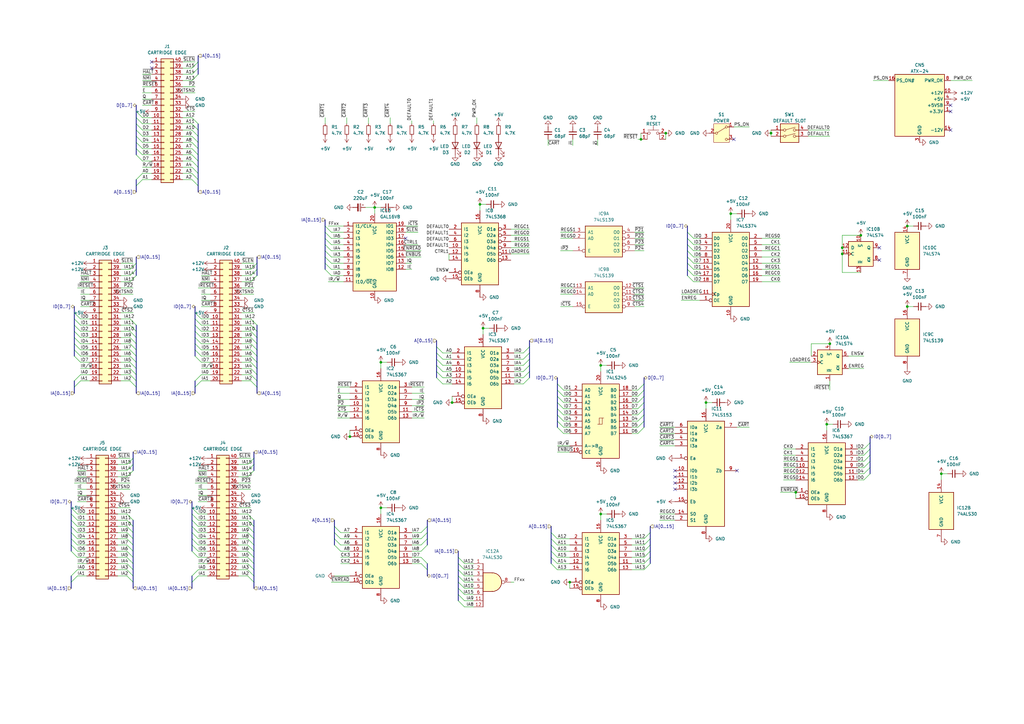
<source format=kicad_sch>
(kicad_sch (version 20231120) (generator "eeschema") (generator_version "8.0")
  (paper "A3")
  (title_block (title "Dragon MultiPak") (date "2024-05-10") (rev "0.1"))
  (junction (at 345.44 101.6))
  (junction (at 326.39 201.93))
  (junction (at 156.21 148.59))
  (junction (at 196.85 83.82))
  (junction (at 353.06 96.52))
  (junction (at 289.56 165.1))
  (junction (at 273.05 54.61))
  (junction (at 156.21 208.28))
  (junction (at 386.08 194.31))
  (junction (at 372.11 92.71))
  (junction (at 345.44 104.14))
  (junction (at 246.38 149.86))
  (junction (at 198.12 134.62))
  (junction (at 339.09 173.99))
  (junction (at 262.89 57.15))
  (junction (at 143.51 179.07))
  (junction (at 246.38 210.82))
  (junction (at 299.72 87.63))
  (junction (at 233.68 238.76))
  (junction (at 185.42 165.1))
  (junction (at 372.11 125.73))
  (junction (at 316.23 54.61))
  (junction (at 340.36 140.97))
  (junction (at 153.67 85.09))
  (no_connect (at 389.89 45.72))
  (no_connect (at 62.23 25.4))
  (no_connect (at 276.86 198.12))
  (no_connect (at 62.23 27.94))
  (no_connect (at 276.86 195.58))
  (no_connect (at 360.68 106.68))
  (no_connect (at 276.86 200.66))
  (no_connect (at 360.68 101.6))
  (no_connect (at 276.86 193.04))
  (no_connect (at 389.89 53.34))
  (no_connect (at 300.99 57.15))
  (no_connect (at 166.37 97.79))
  (no_connect (at 389.89 43.18))
  (no_connect (at 302.26 193.04))
  (bus_entry (at 78.74 226.06) (size 2.54 2.54))
  (bus_entry (at 105.41 133.35) (size -2.54 -2.54))
  (bus_entry (at 281.94 105.41) (size 2.54 2.54))
  (bus_entry (at 133.35 105.41) (size 2.54 2.54))
  (bus_entry (at 104.14 228.6) (size -2.54 -2.54))
  (bus_entry (at 281.94 95.25) (size 2.54 2.54))
  (bus_entry (at 104.14 238.76) (size -2.54 -2.54))
  (bus_entry (at 217.17 152.4) (size -2.54 2.54))
  (bus_entry (at 55.88 73.66) (size 2.54 -2.54))
  (bus_entry (at 179.07 144.78) (size 2.54 2.54))
  (bus_entry (at 137.16 215.9) (size 2.54 2.54))
  (bus_entry (at 81.28 25.4) (size -2.54 2.54))
  (bus_entry (at 30.48 158.75) (size 2.54 -2.54))
  (bus_entry (at 81.28 50.8) (size -2.54 -2.54))
  (bus_entry (at 281.94 100.33) (size 2.54 2.54))
  (bus_entry (at 104.14 233.68) (size -2.54 -2.54))
  (bus_entry (at 356.87 186.69) (size -2.54 2.54))
  (bus_entry (at 29.21 220.98) (size 2.54 2.54))
  (bus_entry (at 81.28 76.2) (size -2.54 -2.54))
  (bus_entry (at 54.61 231.14) (size -2.54 -2.54))
  (bus_entry (at 356.87 181.61) (size -2.54 2.54))
  (bus_entry (at 81.28 58.42) (size -2.54 -2.54))
  (bus_entry (at 133.35 95.25) (size 2.54 2.54))
  (bus_entry (at 175.26 220.98) (size -2.54 2.54))
  (bus_entry (at 266.7 231.14) (size -2.54 2.54))
  (bus_entry (at 264.16 160.02) (size -2.54 2.54))
  (bus_entry (at 29.21 213.36) (size 2.54 2.54))
  (bus_entry (at 104.14 215.9) (size -2.54 -2.54))
  (bus_entry (at 133.35 110.49) (size 2.54 2.54))
  (bus_entry (at 80.01 128.27) (size 2.54 2.54))
  (bus_entry (at 81.28 27.94) (size -2.54 2.54))
  (bus_entry (at 187.96 246.38) (size 2.54 2.54))
  (bus_entry (at 281.94 102.87) (size 2.54 2.54))
  (bus_entry (at 266.7 218.44) (size -2.54 2.54))
  (bus_entry (at 55.88 151.13) (size -2.54 -2.54))
  (bus_entry (at 266.7 228.6) (size -2.54 2.54))
  (bus_entry (at 54.61 223.52) (size -2.54 -2.54))
  (bus_entry (at 281.94 107.95) (size 2.54 2.54))
  (bus_entry (at 266.7 223.52) (size -2.54 2.54))
  (bus_entry (at 104.14 223.52) (size -2.54 -2.54))
  (bus_entry (at 30.48 130.81) (size 2.54 2.54))
  (bus_entry (at 187.96 238.76) (size 2.54 2.54))
  (bus_entry (at 55.88 60.96) (size 2.54 2.54))
  (bus_entry (at 81.28 71.12) (size -2.54 -2.54))
  (bus_entry (at 81.28 55.88) (size -2.54 -2.54))
  (bus_entry (at 172.72 228.6) (size 2.54 2.54))
  (bus_entry (at 29.21 226.06) (size 2.54 2.54))
  (bus_entry (at 281.94 113.03) (size 2.54 2.54))
  (bus_entry (at 137.16 220.98) (size 2.54 2.54))
  (bus_entry (at 226.06 223.52) (size 2.54 2.54))
  (bus_entry (at 78.74 215.9) (size 2.54 2.54))
  (bus_entry (at 81.28 53.34) (size -2.54 -2.54))
  (bus_entry (at 105.41 110.49) (size -2.54 2.54))
  (bus_entry (at 187.96 231.14) (size 2.54 2.54))
  (bus_entry (at 264.16 165.1) (size -2.54 2.54))
  (bus_entry (at 30.48 146.05) (size 2.54 2.54))
  (bus_entry (at 105.41 143.51) (size -2.54 -2.54))
  (bus_entry (at 54.61 215.9) (size -2.54 -2.54))
  (bus_entry (at 55.88 140.97) (size -2.54 -2.54))
  (bus_entry (at 226.06 228.6) (size 2.54 2.54))
  (bus_entry (at 228.6 170.18) (size 2.54 2.54))
  (bus_entry (at 105.41 153.67) (size -2.54 -2.54))
  (bus_entry (at 104.14 231.14) (size -2.54 -2.54))
  (bus_entry (at 81.28 73.66) (size -2.54 -2.54))
  (bus_entry (at 80.01 140.97) (size 2.54 2.54))
  (bus_entry (at 81.28 60.96) (size -2.54 -2.54))
  (bus_entry (at 105.41 156.21) (size -2.54 -2.54))
  (bus_entry (at 179.07 149.86) (size 2.54 2.54))
  (bus_entry (at 264.16 167.64) (size -2.54 2.54))
  (bus_entry (at 187.96 228.6) (size 2.54 2.54))
  (bus_entry (at 217.17 142.24) (size -2.54 2.54))
  (bus_entry (at 78.74 208.28) (size 2.54 2.54))
  (bus_entry (at 281.94 97.79) (size 2.54 2.54))
  (bus_entry (at 78.74 223.52) (size 2.54 2.54))
  (bus_entry (at 54.61 220.98) (size -2.54 -2.54))
  (bus_entry (at 228.6 160.02) (size 2.54 2.54))
  (bus_entry (at 55.88 156.21) (size -2.54 -2.54))
  (bus_entry (at 55.88 146.05) (size -2.54 -2.54))
  (bus_entry (at 55.88 138.43) (size -2.54 -2.54))
  (bus_entry (at 54.61 236.22) (size -2.54 -2.54))
  (bus_entry (at 105.41 158.75) (size -2.54 -2.54))
  (bus_entry (at 54.61 218.44) (size -2.54 -2.54))
  (bus_entry (at 29.21 210.82) (size 2.54 2.54))
  (bus_entry (at 55.88 53.34) (size 2.54 2.54))
  (bus_entry (at 179.07 142.24) (size 2.54 2.54))
  (bus_entry (at 55.88 63.5) (size 2.54 2.54))
  (bus_entry (at 228.6 162.56) (size 2.54 2.54))
  (bus_entry (at 105.41 148.59) (size -2.54 -2.54))
  (bus_entry (at 105.41 151.13) (size -2.54 -2.54))
  (bus_entry (at 187.96 233.68) (size 2.54 2.54))
  (bus_entry (at 30.48 138.43) (size 2.54 2.54))
  (bus_entry (at 78.74 213.36) (size 2.54 2.54))
  (bus_entry (at 226.06 220.98) (size 2.54 2.54))
  (bus_entry (at 30.48 140.97) (size 2.54 2.54))
  (bus_entry (at 356.87 184.15) (size -2.54 2.54))
  (bus_entry (at 105.41 138.43) (size -2.54 -2.54))
  (bus_entry (at 226.06 218.44) (size 2.54 2.54))
  (bus_entry (at 30.48 133.35) (size 2.54 2.54))
  (bus_entry (at 29.21 208.28) (size 2.54 2.54))
  (bus_entry (at 54.61 233.68) (size -2.54 -2.54))
  (bus_entry (at 29.21 238.76) (size 2.54 -2.54))
  (bus_entry (at 80.01 158.75) (size 2.54 -2.54))
  (bus_entry (at 264.16 175.26) (size -2.54 2.54))
  (bus_entry (at 226.06 226.06) (size 2.54 2.54))
  (bus_entry (at 104.14 193.04) (size -2.54 2.54))
  (bus_entry (at 187.96 243.84) (size 2.54 2.54))
  (bus_entry (at 281.94 110.49) (size 2.54 2.54))
  (bus_entry (at 179.07 152.4) (size 2.54 2.54))
  (bus_entry (at 29.21 236.22) (size 2.54 -2.54))
  (bus_entry (at 175.26 223.52) (size -2.54 2.54))
  (bus_entry (at 217.17 147.32) (size -2.54 2.54))
  (bus_entry (at 105.41 113.03) (size -2.54 2.54))
  (bus_entry (at 81.28 66.04) (size -2.54 -2.54))
  (bus_entry (at 29.21 223.52) (size 2.54 2.54))
  (bus_entry (at 81.28 63.5) (size -2.54 -2.54))
  (bus_entry (at 55.88 148.59) (size -2.54 -2.54))
  (bus_entry (at 104.14 190.5) (size -2.54 2.54))
  (bus_entry (at 266.7 226.06) (size -2.54 2.54))
  (bus_entry (at 55.88 76.2) (size 2.54 -2.54))
  (bus_entry (at 30.48 156.21) (size 2.54 -2.54))
  (bus_entry (at 55.88 48.26) (size 2.54 2.54))
  (bus_entry (at 187.96 236.22) (size 2.54 2.54))
  (bus_entry (at 80.01 156.21) (size 2.54 -2.54))
  (bus_entry (at 105.41 107.95) (size -2.54 2.54))
  (bus_entry (at 55.88 135.89) (size -2.54 -2.54))
  (bus_entry (at 30.48 128.27) (size 2.54 2.54))
  (bus_entry (at 226.06 231.14) (size 2.54 2.54))
  (bus_entry (at 78.74 236.22) (size 2.54 -2.54))
  (bus_entry (at 55.88 58.42) (size 2.54 2.54))
  (bus_entry (at 133.35 97.79) (size 2.54 2.54))
  (bus_entry (at 217.17 144.78) (size -2.54 2.54))
  (bus_entry (at 54.61 190.5) (size -2.54 2.54))
  (bus_entry (at 105.41 140.97) (size -2.54 -2.54))
  (bus_entry (at 104.14 236.22) (size -2.54 -2.54))
  (bus_entry (at 105.41 135.89) (size -2.54 -2.54))
  (bus_entry (at 356.87 191.77) (size -2.54 2.54))
  (bus_entry (at 55.88 55.88) (size 2.54 2.54))
  (bus_entry (at 356.87 189.23) (size -2.54 2.54))
  (bus_entry (at 54.61 213.36) (size -2.54 -2.54))
  (bus_entry (at 55.88 50.8) (size 2.54 2.54))
  (bus_entry (at 55.88 158.75) (size -2.54 -2.54))
  (bus_entry (at 81.28 68.58) (size -2.54 -2.54))
  (bus_entry (at 175.26 215.9) (size -2.54 2.54))
  (bus_entry (at 54.61 238.76) (size -2.54 -2.54))
  (bus_entry (at 104.14 220.98) (size -2.54 -2.54))
  (bus_entry (at 228.6 175.26) (size 2.54 2.54))
  (bus_entry (at 104.14 187.96) (size -2.54 2.54))
  (bus_entry (at 179.07 147.32) (size 2.54 2.54))
  (bus_entry (at 55.88 153.67) (size -2.54 -2.54))
  (bus_entry (at 264.16 157.48) (size -2.54 2.54))
  (bus_entry (at 264.16 172.72) (size -2.54 2.54))
  (bus_entry (at 264.16 162.56) (size -2.54 2.54))
  (bus_entry (at 78.74 218.44) (size 2.54 2.54))
  (bus_entry (at 217.17 149.86) (size -2.54 2.54))
  (bus_entry (at 80.01 138.43) (size 2.54 2.54))
  (bus_entry (at 80.01 146.05) (size 2.54 2.54))
  (bus_entry (at 104.14 218.44) (size -2.54 -2.54))
  (bus_entry (at 228.6 172.72) (size 2.54 2.54))
  (bus_entry (at 105.41 146.05) (size -2.54 -2.54))
  (bus_entry (at 30.48 143.51) (size 2.54 2.54))
  (bus_entry (at 175.26 218.44) (size -2.54 2.54))
  (bus_entry (at 172.72 231.14) (size 2.54 2.54))
  (bus_entry (at 81.28 30.48) (size -2.54 2.54))
  (bus_entry (at 29.21 218.44) (size 2.54 2.54))
  (bus_entry (at 55.88 113.03) (size -2.54 2.54))
  (bus_entry (at 179.07 154.94) (size 2.54 2.54))
  (bus_entry (at 80.01 135.89) (size 2.54 2.54))
  (bus_entry (at 356.87 194.31) (size -2.54 2.54))
  (bus_entry (at 55.88 133.35) (size -2.54 -2.54))
  (bus_entry (at 80.01 143.51) (size 2.54 2.54))
  (bus_entry (at 133.35 107.95) (size 2.54 2.54))
  (bus_entry (at 78.74 238.76) (size 2.54 -2.54))
  (bus_entry (at 80.01 130.81) (size 2.54 2.54))
  (bus_entry (at 55.88 110.49) (size -2.54 2.54))
  (bus_entry (at 29.21 215.9) (size 2.54 2.54))
  (bus_entry (at 104.14 226.06) (size -2.54 -2.54))
  (bus_entry (at 264.16 170.18) (size -2.54 2.54))
  (bus_entry (at 187.96 241.3) (size 2.54 2.54))
  (bus_entry (at 228.6 157.48) (size 2.54 2.54))
  (bus_entry (at 228.6 165.1) (size 2.54 2.54))
  (bus_entry (at 137.16 223.52) (size 2.54 2.54))
  (bus_entry (at 54.61 187.96) (size -2.54 2.54))
  (bus_entry (at 78.74 220.98) (size 2.54 2.54))
  (bus_entry (at 266.7 220.98) (size -2.54 2.54))
  (bus_entry (at 133.35 92.71) (size 2.54 2.54))
  (bus_entry (at 228.6 167.64) (size 2.54 2.54))
  (bus_entry (at 137.16 218.44) (size 2.54 2.54))
  (bus_entry (at 80.01 133.35) (size 2.54 2.54))
  (bus_entry (at 133.35 100.33) (size 2.54 2.54))
  (bus_entry (at 54.61 226.06) (size -2.54 -2.54))
  (bus_entry (at 55.88 45.72) (size 2.54 2.54))
  (bus_entry (at 78.74 210.82) (size 2.54 2.54))
  (bus_entry (at 133.35 102.87) (size 2.54 2.54))
  (bus_entry (at 30.48 135.89) (size 2.54 2.54))
  (bus_entry (at 55.88 107.95) (size -2.54 2.54))
  (bus_entry (at 55.88 143.51) (size -2.54 -2.54))
  (bus_entry (at 104.14 213.36) (size -2.54 -2.54))
  (bus_entry (at 54.61 193.04) (size -2.54 2.54))
  (bus_entry (at 217.17 154.94) (size -2.54 2.54))
  (bus_entry (at 54.61 228.6) (size -2.54 -2.54))
  (bus (pts (xy 105.41 140.97) (xy 105.41 143.51)))
  (bus (pts (xy 228.6 170.18) (xy 228.6 172.72)))
  (wire (pts (xy 49.53 128.27) (xy 54.61 128.27)))
  (wire (pts (xy 33.02 153.67) (xy 36.83 153.67)))
  (wire (pts (xy 49.53 107.95) (xy 54.61 107.95)))
  (bus (pts (xy 226.06 223.52) (xy 226.06 226.06)))
  (wire (pts (xy 181.61 144.78) (xy 185.42 144.78)))
  (wire (pts (xy 214.63 157.48) (xy 210.82 157.48)))
  (wire (pts (xy 81.28 205.74) (xy 85.09 205.74)))
  (wire (pts (xy 102.87 138.43) (xy 99.06 138.43)))
  (wire (pts (xy 200.66 134.62) (xy 198.12 134.62)))
  (wire (pts (xy 102.87 135.89) (xy 99.06 135.89)))
  (wire (pts (xy 156.21 148.59) (xy 156.21 151.13)))
  (bus (pts (xy 217.17 142.24) (xy 217.17 139.7)))
  (wire (pts (xy 224.79 57.15) (xy 224.79 59.69)))
  (bus (pts (xy 81.28 55.88) (xy 81.28 58.42)))
  (wire (pts (xy 53.34 153.67) (xy 49.53 153.67)))
  (bus (pts (xy 179.07 152.4) (xy 179.07 154.94)))
  (wire (pts (xy 139.7 226.06) (xy 143.51 226.06)))
  (bus (pts (xy 105.41 143.51) (xy 105.41 146.05)))
  (wire (pts (xy 134.62 92.71) (xy 140.97 92.71)))
  (wire (pts (xy 53.34 143.51) (xy 49.53 143.51)))
  (bus (pts (xy 105.41 105.41) (xy 105.41 107.95)))
  (wire (pts (xy 307.34 175.26) (xy 302.26 175.26)))
  (wire (pts (xy 229.87 97.79) (xy 234.95 97.79)))
  (wire (pts (xy 229.87 120.65) (xy 234.95 120.65)))
  (wire (pts (xy 48.26 198.12) (xy 53.34 198.12)))
  (wire (pts (xy 231.14 162.56) (xy 233.68 162.56)))
  (bus (pts (xy 81.28 53.34) (xy 81.28 55.88)))
  (wire (pts (xy 33.02 148.59) (xy 36.83 148.59)))
  (wire (pts (xy 101.6 220.98) (xy 97.79 220.98)))
  (wire (pts (xy 139.7 220.98) (xy 143.51 220.98)))
  (wire (pts (xy 33.02 135.89) (xy 36.83 135.89)))
  (wire (pts (xy 138.43 163.83) (xy 143.51 163.83)))
  (bus (pts (xy 30.48 133.35) (xy 30.48 135.89)))
  (bus (pts (xy 264.16 165.1) (xy 264.16 167.64)))
  (wire (pts (xy 135.89 113.03) (xy 140.97 113.03)))
  (wire (pts (xy 177.8 49.53) (xy 177.8 50.8)))
  (bus (pts (xy 104.14 223.52) (xy 104.14 226.06)))
  (wire (pts (xy 81.28 220.98) (xy 85.09 220.98)))
  (wire (pts (xy 58.42 33.02) (xy 62.23 33.02)))
  (wire (pts (xy 102.87 153.67) (xy 99.06 153.67)))
  (wire (pts (xy 58.42 71.12) (xy 62.23 71.12)))
  (wire (pts (xy 326.39 201.93) (xy 326.39 204.47)))
  (bus (pts (xy 81.28 66.04) (xy 81.28 68.58)))
  (wire (pts (xy 260.35 123.19) (xy 264.16 123.19)))
  (wire (pts (xy 181.61 149.86) (xy 185.42 149.86)))
  (wire (pts (xy 190.5 236.22) (xy 194.31 236.22)))
  (wire (pts (xy 81.28 228.6) (xy 85.09 228.6)))
  (wire (pts (xy 354.33 196.85) (xy 351.79 196.85)))
  (wire (pts (xy 81.28 118.11) (xy 86.36 118.11)))
  (wire (pts (xy 270.51 182.88) (xy 276.86 182.88)))
  (wire (pts (xy 284.48 97.79) (xy 287.02 97.79)))
  (bus (pts (xy 54.61 238.76) (xy 54.61 241.3)))
  (wire (pts (xy 135.89 102.87) (xy 140.97 102.87)))
  (bus (pts (xy 175.26 218.44) (xy 175.26 220.98)))
  (wire (pts (xy 353.06 96.52) (xy 345.44 96.52)))
  (bus (pts (xy 29.21 220.98) (xy 29.21 223.52)))
  (wire (pts (xy 264.16 223.52) (xy 259.08 223.52)))
  (wire (pts (xy 31.75 210.82) (xy 35.56 210.82)))
  (bus (pts (xy 29.21 238.76) (xy 29.21 241.3)))
  (bus (pts (xy 281.94 97.79) (xy 281.94 100.33)))
  (wire (pts (xy 172.72 223.52) (xy 168.91 223.52)))
  (wire (pts (xy 80.01 198.12) (xy 85.09 198.12)))
  (wire (pts (xy 82.55 143.51) (xy 86.36 143.51)))
  (bus (pts (xy 80.01 158.75) (xy 80.01 161.29)))
  (wire (pts (xy 78.74 27.94) (xy 74.93 27.94)))
  (bus (pts (xy 281.94 95.25) (xy 281.94 97.79)))
  (wire (pts (xy 139.7 223.52) (xy 143.51 223.52)))
  (wire (pts (xy 229.87 102.87) (xy 234.95 102.87)))
  (wire (pts (xy 312.42 115.57) (xy 320.04 115.57)))
  (wire (pts (xy 166.37 110.49) (xy 168.91 110.49)))
  (wire (pts (xy 31.75 223.52) (xy 35.56 223.52)))
  (wire (pts (xy 33.02 133.35) (xy 36.83 133.35)))
  (bus (pts (xy 228.6 162.56) (xy 228.6 165.1)))
  (wire (pts (xy 284.48 105.41) (xy 287.02 105.41)))
  (wire (pts (xy 261.62 165.1) (xy 259.08 165.1)))
  (wire (pts (xy 231.14 172.72) (xy 233.68 172.72)))
  (wire (pts (xy 31.75 200.66) (xy 35.56 200.66)))
  (wire (pts (xy 52.07 231.14) (xy 48.26 231.14)))
  (wire (pts (xy 166.37 95.25) (xy 171.45 95.25)))
  (wire (pts (xy 214.63 154.94) (xy 210.82 154.94)))
  (bus (pts (xy 105.41 153.67) (xy 105.41 156.21)))
  (wire (pts (xy 260.35 95.25) (xy 264.16 95.25)))
  (bus (pts (xy 55.88 151.13) (xy 55.88 153.67)))
  (bus (pts (xy 228.6 154.94) (xy 228.6 157.48)))
  (wire (pts (xy 53.34 115.57) (xy 49.53 115.57)))
  (bus (pts (xy 264.16 172.72) (xy 264.16 175.26)))
  (wire (pts (xy 231.14 170.18) (xy 233.68 170.18)))
  (bus (pts (xy 104.14 187.96) (xy 104.14 190.5)))
  (wire (pts (xy 53.34 138.43) (xy 49.53 138.43)))
  (wire (pts (xy 52.07 233.68) (xy 48.26 233.68)))
  (wire (pts (xy 185.42 162.56) (xy 185.42 165.1)))
  (bus (pts (xy 179.07 149.86) (xy 179.07 152.4)))
  (wire (pts (xy 190.5 243.84) (xy 194.31 243.84)))
  (wire (pts (xy 312.42 107.95) (xy 320.04 107.95)))
  (wire (pts (xy 82.55 151.13) (xy 86.36 151.13)))
  (wire (pts (xy 354.33 151.13) (xy 347.98 151.13)))
  (wire (pts (xy 166.37 102.87) (xy 172.72 102.87)))
  (wire (pts (xy 78.74 48.26) (xy 74.93 48.26)))
  (wire (pts (xy 181.61 147.32) (xy 185.42 147.32)))
  (wire (pts (xy 31.75 228.6) (xy 35.56 228.6)))
  (wire (pts (xy 321.31 189.23) (xy 326.39 189.23)))
  (bus (pts (xy 78.74 215.9) (xy 78.74 218.44)))
  (bus (pts (xy 104.14 220.98) (xy 104.14 223.52)))
  (wire (pts (xy 358.14 33.02) (xy 364.49 33.02)))
  (bus (pts (xy 55.88 148.59) (xy 55.88 151.13)))
  (wire (pts (xy 101.6 231.14) (xy 97.79 231.14)))
  (wire (pts (xy 78.74 68.58) (xy 74.93 68.58)))
  (bus (pts (xy 266.7 223.52) (xy 266.7 226.06)))
  (wire (pts (xy 331.47 55.88) (xy 340.36 55.88)))
  (bus (pts (xy 81.28 71.12) (xy 81.28 73.66)))
  (bus (pts (xy 175.26 218.44) (xy 175.26 215.9)))
  (bus (pts (xy 55.88 138.43) (xy 55.88 140.97)))
  (bus (pts (xy 104.14 238.76) (xy 104.14 241.3)))
  (wire (pts (xy 102.87 115.57) (xy 99.06 115.57)))
  (wire (pts (xy 52.07 190.5) (xy 48.26 190.5)))
  (wire (pts (xy 198.12 134.62) (xy 198.12 137.16)))
  (bus (pts (xy 55.88 107.95) (xy 55.88 110.49)))
  (wire (pts (xy 138.43 161.29) (xy 143.51 161.29)))
  (wire (pts (xy 52.07 195.58) (xy 48.26 195.58)))
  (wire (pts (xy 234.95 57.15) (xy 234.95 59.69)))
  (wire (pts (xy 228.6 220.98) (xy 233.68 220.98)))
  (bus (pts (xy 105.41 146.05) (xy 105.41 148.59)))
  (wire (pts (xy 102.87 133.35) (xy 99.06 133.35)))
  (bus (pts (xy 133.35 102.87) (xy 133.35 105.41)))
  (bus (pts (xy 55.88 146.05) (xy 55.88 148.59)))
  (wire (pts (xy 261.62 162.56) (xy 259.08 162.56)))
  (wire (pts (xy 101.6 223.52) (xy 97.79 223.52)))
  (wire (pts (xy 82.55 140.97) (xy 86.36 140.97)))
  (wire (pts (xy 229.87 118.11) (xy 234.95 118.11)))
  (wire (pts (xy 31.75 215.9) (xy 35.56 215.9)))
  (bus (pts (xy 55.88 76.2) (xy 55.88 78.74)))
  (bus (pts (xy 226.06 220.98) (xy 226.06 223.52)))
  (wire (pts (xy 231.14 165.1) (xy 233.68 165.1)))
  (wire (pts (xy 181.61 152.4) (xy 185.42 152.4)))
  (wire (pts (xy 233.68 238.76) (xy 233.68 241.3)))
  (bus (pts (xy 81.28 27.94) (xy 81.28 30.48)))
  (bus (pts (xy 104.14 215.9) (xy 104.14 218.44)))
  (wire (pts (xy 284.48 110.49) (xy 287.02 110.49)))
  (wire (pts (xy 138.43 168.91) (xy 143.51 168.91)))
  (bus (pts (xy 217.17 149.86) (xy 217.17 152.4)))
  (bus (pts (xy 226.06 228.6) (xy 226.06 231.14)))
  (wire (pts (xy 139.7 231.14) (xy 143.51 231.14)))
  (wire (pts (xy 246.38 210.82) (xy 246.38 213.36)))
  (wire (pts (xy 53.34 151.13) (xy 49.53 151.13)))
  (wire (pts (xy 214.63 149.86) (xy 210.82 149.86)))
  (wire (pts (xy 261.62 57.15) (xy 262.89 57.15)))
  (wire (pts (xy 31.75 118.11) (xy 36.83 118.11)))
  (bus (pts (xy 30.48 135.89) (xy 30.48 138.43)))
  (wire (pts (xy 270.51 213.36) (xy 276.86 213.36)))
  (bus (pts (xy 104.14 226.06) (xy 104.14 228.6)))
  (bus (pts (xy 133.35 95.25) (xy 133.35 92.71)))
  (wire (pts (xy 101.6 190.5) (xy 97.79 190.5)))
  (bus (pts (xy 54.61 236.22) (xy 54.61 238.76)))
  (wire (pts (xy 78.74 55.88) (xy 74.93 55.88)))
  (wire (pts (xy 229.87 125.73) (xy 234.95 125.73)))
  (wire (pts (xy 31.75 220.98) (xy 35.56 220.98)))
  (wire (pts (xy 270.51 180.34) (xy 276.86 180.34)))
  (wire (pts (xy 138.43 166.37) (xy 143.51 166.37)))
  (wire (pts (xy 217.17 93.98) (xy 209.55 93.98)))
  (wire (pts (xy 81.28 215.9) (xy 85.09 215.9)))
  (wire (pts (xy 264.16 231.14) (xy 259.08 231.14)))
  (wire (pts (xy 135.89 107.95) (xy 140.97 107.95)))
  (wire (pts (xy 52.07 213.36) (xy 48.26 213.36)))
  (bus (pts (xy 54.61 233.68) (xy 54.61 236.22)))
  (wire (pts (xy 228.6 223.52) (xy 233.68 223.52)))
  (wire (pts (xy 134.62 115.57) (xy 140.97 115.57)))
  (wire (pts (xy 78.74 71.12) (xy 74.93 71.12)))
  (wire (pts (xy 101.6 236.22) (xy 97.79 236.22)))
  (wire (pts (xy 261.62 175.26) (xy 259.08 175.26)))
  (wire (pts (xy 33.02 113.03) (xy 36.83 113.03)))
  (wire (pts (xy 78.74 63.5) (xy 74.93 63.5)))
  (wire (pts (xy 279.4 120.65) (xy 287.02 120.65)))
  (wire (pts (xy 102.87 140.97) (xy 99.06 140.97)))
  (bus (pts (xy 264.16 154.94) (xy 264.16 157.48)))
  (wire (pts (xy 135.89 238.76) (xy 143.51 238.76)))
  (bus (pts (xy 133.35 100.33) (xy 133.35 102.87)))
  (wire (pts (xy 31.75 226.06) (xy 35.56 226.06)))
  (wire (pts (xy 82.55 113.03) (xy 86.36 113.03)))
  (bus (pts (xy 104.14 233.68) (xy 104.14 236.22)))
  (wire (pts (xy 58.42 40.64) (xy 62.23 40.64)))
  (wire (pts (xy 228.6 231.14) (xy 233.68 231.14)))
  (wire (pts (xy 74.93 38.1) (xy 80.01 38.1)))
  (bus (pts (xy 137.16 220.98) (xy 137.16 223.52)))
  (wire (pts (xy 82.55 148.59) (xy 86.36 148.59)))
  (bus (pts (xy 78.74 218.44) (xy 78.74 220.98)))
  (wire (pts (xy 52.07 220.98) (xy 48.26 220.98)))
  (wire (pts (xy 261.62 167.64) (xy 259.08 167.64)))
  (wire (pts (xy 99.06 120.65) (xy 104.14 120.65)))
  (wire (pts (xy 53.34 146.05) (xy 49.53 146.05)))
  (bus (pts (xy 55.88 60.96) (xy 55.88 63.5)))
  (wire (pts (xy 99.06 107.95) (xy 104.14 107.95)))
  (wire (pts (xy 284.48 107.95) (xy 287.02 107.95)))
  (bus (pts (xy 187.96 228.6) (xy 187.96 226.06)))
  (wire (pts (xy 135.89 97.79) (xy 140.97 97.79)))
  (wire (pts (xy 260.35 102.87) (xy 264.16 102.87)))
  (wire (pts (xy 321.31 191.77) (xy 326.39 191.77)))
  (wire (pts (xy 58.42 50.8) (xy 62.23 50.8)))
  (wire (pts (xy 49.53 118.11) (xy 54.61 118.11)))
  (wire (pts (xy 354.33 146.05) (xy 347.98 146.05)))
  (bus (pts (xy 81.28 73.66) (xy 81.28 76.2)))
  (wire (pts (xy 168.91 228.6) (xy 172.72 228.6)))
  (bus (pts (xy 281.94 102.87) (xy 281.94 105.41)))
  (bus (pts (xy 179.07 142.24) (xy 179.07 139.7)))
  (bus (pts (xy 81.28 22.86) (xy 81.28 25.4)))
  (wire (pts (xy 101.6 195.58) (xy 97.79 195.58)))
  (bus (pts (xy 104.14 213.36) (xy 104.14 215.9)))
  (wire (pts (xy 321.31 194.31) (xy 326.39 194.31)))
  (wire (pts (xy 81.28 195.58) (xy 85.09 195.58)))
  (bus (pts (xy 55.88 105.41) (xy 55.88 107.95)))
  (bus (pts (xy 133.35 97.79) (xy 133.35 95.25)))
  (bus (pts (xy 105.41 158.75) (xy 105.41 161.29)))
  (bus (pts (xy 54.61 228.6) (xy 54.61 231.14)))
  (wire (pts (xy 321.31 184.15) (xy 326.39 184.15)))
  (bus (pts (xy 54.61 220.98) (xy 54.61 223.52)))
  (wire (pts (xy 52.07 223.52) (xy 48.26 223.52)))
  (wire (pts (xy 248.92 149.86) (xy 246.38 149.86)))
  (wire (pts (xy 53.34 110.49) (xy 49.53 110.49)))
  (wire (pts (xy 82.55 146.05) (xy 86.36 146.05)))
  (wire (pts (xy 58.42 73.66) (xy 62.23 73.66)))
  (bus (pts (xy 78.74 236.22) (xy 78.74 238.76)))
  (wire (pts (xy 374.65 92.71) (xy 372.11 92.71)))
  (wire (pts (xy 31.75 233.68) (xy 35.56 233.68)))
  (wire (pts (xy 81.28 193.04) (xy 85.09 193.04)))
  (wire (pts (xy 284.48 115.57) (xy 287.02 115.57)))
  (wire (pts (xy 231.14 177.8) (xy 233.68 177.8)))
  (bus (pts (xy 281.94 100.33) (xy 281.94 102.87)))
  (bus (pts (xy 281.94 92.71) (xy 281.94 95.25)))
  (wire (pts (xy 320.04 201.93) (xy 326.39 201.93)))
  (wire (pts (xy 354.33 184.15) (xy 351.79 184.15)))
  (bus (pts (xy 228.6 167.64) (xy 228.6 170.18)))
  (wire (pts (xy 345.44 104.14) (xy 345.44 111.76)))
  (wire (pts (xy 81.28 236.22) (xy 85.09 236.22)))
  (bus (pts (xy 104.14 185.42) (xy 104.14 187.96)))
  (wire (pts (xy 181.61 154.94) (xy 185.42 154.94)))
  (wire (pts (xy 52.07 228.6) (xy 48.26 228.6)))
  (wire (pts (xy 279.4 123.19) (xy 287.02 123.19)))
  (wire (pts (xy 260.35 120.65) (xy 264.16 120.65)))
  (wire (pts (xy 135.89 95.25) (xy 140.97 95.25)))
  (bus (pts (xy 105.41 133.35) (xy 105.41 135.89)))
  (bus (pts (xy 105.41 135.89) (xy 105.41 138.43)))
  (bus (pts (xy 228.6 165.1) (xy 228.6 167.64)))
  (bus (pts (xy 81.28 25.4) (xy 81.28 27.94)))
  (bus (pts (xy 30.48 138.43) (xy 30.48 140.97)))
  (wire (pts (xy 33.02 143.51) (xy 36.83 143.51)))
  (wire (pts (xy 300.99 52.07) (xy 307.34 52.07)))
  (wire (pts (xy 168.91 171.45) (xy 173.99 171.45)))
  (wire (pts (xy 345.44 96.52) (xy 345.44 101.6)))
  (bus (pts (xy 29.21 208.28) (xy 29.21 210.82)))
  (wire (pts (xy 149.86 85.09) (xy 153.67 85.09)))
  (wire (pts (xy 30.48 198.12) (xy 35.56 198.12)))
  (bus (pts (xy 187.96 236.22) (xy 187.96 238.76)))
  (wire (pts (xy 78.74 66.04) (xy 74.93 66.04)))
  (wire (pts (xy 172.72 218.44) (xy 168.91 218.44)))
  (wire (pts (xy 332.74 146.05) (xy 332.74 140.97)))
  (bus (pts (xy 228.6 172.72) (xy 228.6 175.26)))
  (wire (pts (xy 184.15 104.14) (xy 184.15 106.68)))
  (wire (pts (xy 53.34 135.89) (xy 49.53 135.89)))
  (wire (pts (xy 31.75 213.36) (xy 35.56 213.36)))
  (wire (pts (xy 228.6 228.6) (xy 233.68 228.6)))
  (bus (pts (xy 104.14 228.6) (xy 104.14 231.14)))
  (wire (pts (xy 172.72 226.06) (xy 168.91 226.06)))
  (wire (pts (xy 156.21 208.28) (xy 156.21 210.82)))
  (bus (pts (xy 55.88 48.26) (xy 55.88 50.8)))
  (bus (pts (xy 175.26 231.14) (xy 175.26 233.68)))
  (wire (pts (xy 388.62 194.31) (xy 386.08 194.31)))
  (bus (pts (xy 105.41 110.49) (xy 105.41 113.03)))
  (bus (pts (xy 264.16 157.48) (xy 264.16 160.02)))
  (wire (pts (xy 199.39 83.82) (xy 196.85 83.82)))
  (bus (pts (xy 55.88 50.8) (xy 55.88 53.34)))
  (wire (pts (xy 33.02 138.43) (xy 36.83 138.43)))
  (bus (pts (xy 55.88 45.72) (xy 55.88 48.26)))
  (bus (pts (xy 30.48 143.51) (xy 30.48 146.05)))
  (wire (pts (xy 261.62 177.8) (xy 259.08 177.8)))
  (wire (pts (xy 231.14 160.02) (xy 233.68 160.02)))
  (bus (pts (xy 30.48 125.73) (xy 30.48 128.27)))
  (wire (pts (xy 345.44 111.76) (xy 353.06 111.76)))
  (bus (pts (xy 217.17 152.4) (xy 217.17 154.94)))
  (wire (pts (xy 190.5 233.68) (xy 194.31 233.68)))
  (wire (pts (xy 261.62 160.02) (xy 259.08 160.02)))
  (wire (pts (xy 264.16 220.98) (xy 259.08 220.98)))
  (bus (pts (xy 137.16 218.44) (xy 137.16 215.9)))
  (wire (pts (xy 101.6 218.44) (xy 97.79 218.44)))
  (wire (pts (xy 354.33 186.69) (xy 351.79 186.69)))
  (wire (pts (xy 284.48 113.03) (xy 287.02 113.03)))
  (bus (pts (xy 55.88 58.42) (xy 55.88 60.96)))
  (wire (pts (xy 261.62 170.18) (xy 259.08 170.18)))
  (wire (pts (xy 97.79 187.96) (xy 102.87 187.96)))
  (wire (pts (xy 102.87 143.51) (xy 99.06 143.51)))
  (bus (pts (xy 80.01 128.27) (xy 80.01 130.81)))
  (bus (pts (xy 54.61 185.42) (xy 54.61 187.96)))
  (bus (pts (xy 30.48 156.21) (xy 30.48 158.75)))
  (bus (pts (xy 356.87 191.77) (xy 356.87 194.31)))
  (wire (pts (xy 312.42 100.33) (xy 320.04 100.33)))
  (bus (pts (xy 54.61 223.52) (xy 54.61 226.06)))
  (wire (pts (xy 264.16 228.6) (xy 259.08 228.6)))
  (wire (pts (xy 82.55 123.19) (xy 86.36 123.19)))
  (wire (pts (xy 332.74 140.97) (xy 340.36 140.97)))
  (wire (pts (xy 171.45 100.33) (xy 166.37 100.33)))
  (wire (pts (xy 58.42 43.18) (xy 62.23 43.18)))
  (bus (pts (xy 54.61 187.96) (xy 54.61 190.5)))
  (wire (pts (xy 33.02 151.13) (xy 36.83 151.13)))
  (wire (pts (xy 143.51 176.53) (xy 143.51 179.07)))
  (wire (pts (xy 323.85 148.59) (xy 332.74 148.59)))
  (wire (pts (xy 339.09 173.99) (xy 339.09 176.53)))
  (wire (pts (xy 33.02 140.97) (xy 36.83 140.97)))
  (wire (pts (xy 53.34 130.81) (xy 49.53 130.81)))
  (wire (pts (xy 81.28 210.82) (xy 85.09 210.82)))
  (wire (pts (xy 228.6 182.88) (xy 233.68 182.88)))
  (wire (pts (xy 299.72 87.63) (xy 299.72 90.17)))
  (bus (pts (xy 54.61 213.36) (xy 54.61 215.9)))
  (wire (pts (xy 82.55 153.67) (xy 86.36 153.67)))
  (wire (pts (xy 195.58 48.26) (xy 195.58 50.8)))
  (wire (pts (xy 135.89 105.41) (xy 140.97 105.41)))
  (wire (pts (xy 31.75 236.22) (xy 35.56 236.22)))
  (wire (pts (xy 264.16 233.68) (xy 259.08 233.68)))
  (bus (pts (xy 54.61 218.44) (xy 54.61 220.98)))
  (bus (pts (xy 266.7 220.98) (xy 266.7 223.52)))
  (wire (pts (xy 166.37 107.95) (xy 168.91 107.95)))
  (bus (pts (xy 55.88 53.34) (xy 55.88 55.88)))
  (wire (pts (xy 78.74 60.96) (xy 74.93 60.96)))
  (bus (pts (xy 187.96 238.76) (xy 187.96 241.3)))
  (bus (pts (xy 78.74 210.82) (xy 78.74 213.36)))
  (bus (pts (xy 80.01 133.35) (xy 80.01 135.89)))
  (wire (pts (xy 151.13 48.26) (xy 151.13 50.8)))
  (wire (pts (xy 312.42 102.87) (xy 320.04 102.87)))
  (wire (pts (xy 354.33 194.31) (xy 351.79 194.31)))
  (wire (pts (xy 173.99 166.37) (xy 168.91 166.37)))
  (bus (pts (xy 55.88 153.67) (xy 55.88 156.21)))
  (wire (pts (xy 231.14 167.64) (xy 233.68 167.64)))
  (wire (pts (xy 82.55 135.89) (xy 86.36 135.89)))
  (bus (pts (xy 179.07 147.32) (xy 179.07 149.86)))
  (bus (pts (xy 81.28 60.96) (xy 81.28 63.5)))
  (bus (pts (xy 78.74 213.36) (xy 78.74 215.9)))
  (wire (pts (xy 78.74 33.02) (xy 74.93 33.02)))
  (wire (pts (xy 49.53 120.65) (xy 54.61 120.65)))
  (bus (pts (xy 105.41 107.95) (xy 105.41 110.49)))
  (wire (pts (xy 101.6 233.68) (xy 97.79 233.68)))
  (bus (pts (xy 266.7 220.98) (xy 266.7 218.44)))
  (bus (pts (xy 55.88 158.75) (xy 55.88 161.29)))
  (wire (pts (xy 331.47 53.34) (xy 340.36 53.34)))
  (bus (pts (xy 29.21 215.9) (xy 29.21 218.44)))
  (bus (pts (xy 80.01 143.51) (xy 80.01 146.05)))
  (wire (pts (xy 260.35 118.11) (xy 264.16 118.11)))
  (wire (pts (xy 58.42 48.26) (xy 62.23 48.26)))
  (wire (pts (xy 354.33 189.23) (xy 351.79 189.23)))
  (bus (pts (xy 226.06 226.06) (xy 226.06 228.6)))
  (wire (pts (xy 135.89 110.49) (xy 140.97 110.49)))
  (bus (pts (xy 29.21 205.74) (xy 29.21 208.28)))
  (wire (pts (xy 273.05 54.61) (xy 273.05 57.15)))
  (wire (pts (xy 31.75 203.2) (xy 35.56 203.2)))
  (bus (pts (xy 175.26 233.68) (xy 175.26 236.22)))
  (bus (pts (xy 104.14 218.44) (xy 104.14 220.98)))
  (wire (pts (xy 228.6 226.06) (xy 233.68 226.06)))
  (bus (pts (xy 29.21 210.82) (xy 29.21 213.36)))
  (bus (pts (xy 80.01 130.81) (xy 80.01 133.35)))
  (wire (pts (xy 53.34 140.97) (xy 49.53 140.97)))
  (wire (pts (xy 284.48 102.87) (xy 287.02 102.87)))
  (wire (pts (xy 173.99 158.75) (xy 168.91 158.75)))
  (bus (pts (xy 187.96 236.22) (xy 187.96 233.68)))
  (bus (pts (xy 55.88 135.89) (xy 55.88 138.43)))
  (bus (pts (xy 104.14 231.14) (xy 104.14 233.68)))
  (wire (pts (xy 168.91 49.53) (xy 168.91 50.8)))
  (wire (pts (xy 270.51 210.82) (xy 276.86 210.82)))
  (wire (pts (xy 74.93 45.72) (xy 80.01 45.72)))
  (bus (pts (xy 78.74 238.76) (xy 78.74 241.3)))
  (wire (pts (xy 58.42 35.56) (xy 62.23 35.56)))
  (wire (pts (xy 78.74 58.42) (xy 74.93 58.42)))
  (bus (pts (xy 30.48 128.27) (xy 30.48 130.81)))
  (bus (pts (xy 356.87 186.69) (xy 356.87 189.23)))
  (wire (pts (xy 284.48 100.33) (xy 287.02 100.33)))
  (wire (pts (xy 102.87 130.81) (xy 99.06 130.81)))
  (wire (pts (xy 137.16 236.22) (xy 143.51 236.22)))
  (bus (pts (xy 30.48 158.75) (xy 30.48 161.29)))
  (bus (pts (xy 80.01 135.89) (xy 80.01 138.43)))
  (bus (pts (xy 78.74 223.52) (xy 78.74 226.06)))
  (wire (pts (xy 260.35 100.33) (xy 264.16 100.33)))
  (wire (pts (xy 160.02 48.26) (xy 160.02 50.8)))
  (wire (pts (xy 102.87 146.05) (xy 99.06 146.05)))
  (wire (pts (xy 33.02 130.81) (xy 36.83 130.81)))
  (wire (pts (xy 138.43 171.45) (xy 143.51 171.45)))
  (wire (pts (xy 53.34 156.21) (xy 49.53 156.21)))
  (bus (pts (xy 55.88 143.51) (xy 55.88 146.05)))
  (bus (pts (xy 29.21 236.22) (xy 29.21 238.76)))
  (wire (pts (xy 58.42 63.5) (xy 62.23 63.5)))
  (wire (pts (xy 101.6 215.9) (xy 97.79 215.9)))
  (wire (pts (xy 48.26 208.28) (xy 53.34 208.28)))
  (wire (pts (xy 81.28 231.14) (xy 85.09 231.14)))
  (wire (pts (xy 78.74 30.48) (xy 74.93 30.48)))
  (wire (pts (xy 52.07 215.9) (xy 48.26 215.9)))
  (bus (pts (xy 30.48 140.97) (xy 30.48 143.51)))
  (wire (pts (xy 156.21 85.09) (xy 153.67 85.09)))
  (wire (pts (xy 340.36 156.21) (xy 340.36 160.02)))
  (wire (pts (xy 52.07 218.44) (xy 48.26 218.44)))
  (bus (pts (xy 228.6 157.48) (xy 228.6 160.02)))
  (wire (pts (xy 52.07 236.22) (xy 48.26 236.22)))
  (wire (pts (xy 33.02 115.57) (xy 36.83 115.57)))
  (wire (pts (xy 135.89 100.33) (xy 140.97 100.33)))
  (wire (pts (xy 82.55 156.21) (xy 86.36 156.21)))
  (bus (pts (xy 264.16 160.02) (xy 264.16 162.56)))
  (bus (pts (xy 29.21 218.44) (xy 29.21 220.98)))
  (wire (pts (xy 81.28 203.2) (xy 85.09 203.2)))
  (wire (pts (xy 31.75 205.74) (xy 35.56 205.74)))
  (wire (pts (xy 97.79 198.12) (xy 102.87 198.12)))
  (wire (pts (xy 74.93 25.4) (xy 80.01 25.4)))
  (bus (pts (xy 356.87 189.23) (xy 356.87 191.77)))
  (wire (pts (xy 229.87 95.25) (xy 234.95 95.25)))
  (bus (pts (xy 133.35 92.71) (xy 133.35 90.17)))
  (wire (pts (xy 214.63 147.32) (xy 210.82 147.32)))
  (bus (pts (xy 226.06 218.44) (xy 226.06 215.9)))
  (wire (pts (xy 168.91 161.29) (xy 173.99 161.29)))
  (wire (pts (xy 190.5 241.3) (xy 194.31 241.3)))
  (bus (pts (xy 226.06 220.98) (xy 226.06 218.44)))
  (bus (pts (xy 78.74 208.28) (xy 78.74 210.82)))
  (wire (pts (xy 260.35 97.79) (xy 264.16 97.79)))
  (wire (pts (xy 53.34 113.03) (xy 49.53 113.03)))
  (wire (pts (xy 33.02 146.05) (xy 36.83 146.05)))
  (wire (pts (xy 58.42 38.1) (xy 62.23 38.1)))
  (wire (pts (xy 53.34 133.35) (xy 49.53 133.35)))
  (wire (pts (xy 33.02 125.73) (xy 36.83 125.73)))
  (wire (pts (xy 312.42 97.79) (xy 320.04 97.79)))
  (bus (pts (xy 264.16 167.64) (xy 264.16 170.18)))
  (bus (pts (xy 133.35 105.41) (xy 133.35 107.95)))
  (wire (pts (xy 217.17 96.52) (xy 209.55 96.52)))
  (wire (pts (xy 78.74 53.34) (xy 74.93 53.34)))
  (bus (pts (xy 30.48 130.81) (xy 30.48 133.35)))
  (bus (pts (xy 281.94 107.95) (xy 281.94 110.49)))
  (bus (pts (xy 187.96 233.68) (xy 187.96 231.14)))
  (wire (pts (xy 78.74 73.66) (xy 74.93 73.66)))
  (wire (pts (xy 321.31 186.69) (xy 326.39 186.69)))
  (wire (pts (xy 48.26 187.96) (xy 53.34 187.96)))
  (bus (pts (xy 217.17 147.32) (xy 217.17 149.86)))
  (bus (pts (xy 264.16 170.18) (xy 264.16 172.72)))
  (bus (pts (xy 179.07 144.78) (xy 179.07 142.24)))
  (wire (pts (xy 228.6 233.68) (xy 233.68 233.68)))
  (wire (pts (xy 33.02 120.65) (xy 36.83 120.65)))
  (bus (pts (xy 356.87 179.07) (xy 356.87 181.61)))
  (wire (pts (xy 102.87 113.03) (xy 99.06 113.03)))
  (bus (pts (xy 55.88 140.97) (xy 55.88 143.51)))
  (bus (pts (xy 55.88 43.18) (xy 55.88 45.72)))
  (bus (pts (xy 187.96 231.14) (xy 187.96 228.6)))
  (bus (pts (xy 80.01 140.97) (xy 80.01 143.51)))
  (bus (pts (xy 133.35 107.95) (xy 133.35 110.49)))
  (wire (pts (xy 74.93 35.56) (xy 80.01 35.56)))
  (wire (pts (xy 217.17 104.14) (xy 209.55 104.14)))
  (wire (pts (xy 386.08 194.31) (xy 386.08 196.85)))
  (wire (pts (xy 78.74 50.8) (xy 74.93 50.8)))
  (bus (pts (xy 54.61 226.06) (xy 54.61 228.6)))
  (bus (pts (xy 81.28 68.58) (xy 81.28 71.12)))
  (wire (pts (xy 101.6 228.6) (xy 97.79 228.6)))
  (bus (pts (xy 29.21 223.52) (xy 29.21 226.06)))
  (wire (pts (xy 102.87 148.59) (xy 99.06 148.59)))
  (wire (pts (xy 81.28 218.44) (xy 85.09 218.44)))
  (wire (pts (xy 190.5 238.76) (xy 194.31 238.76)))
  (bus (pts (xy 175.26 215.9) (xy 175.26 213.36)))
  (wire (pts (xy 58.42 66.04) (xy 62.23 66.04)))
  (wire (pts (xy 270.51 177.8) (xy 276.86 177.8)))
  (wire (pts (xy 245.11 57.15) (xy 245.11 59.69)))
  (wire (pts (xy 58.42 60.96) (xy 62.23 60.96)))
  (wire (pts (xy 101.6 210.82) (xy 97.79 210.82)))
  (wire (pts (xy 52.07 193.04) (xy 48.26 193.04)))
  (bus (pts (xy 356.87 184.15) (xy 356.87 186.69)))
  (bus (pts (xy 187.96 241.3) (xy 187.96 243.84)))
  (wire (pts (xy 102.87 110.49) (xy 99.06 110.49)))
  (bus (pts (xy 281.94 105.41) (xy 281.94 107.95)))
  (wire (pts (xy 81.28 226.06) (xy 85.09 226.06)))
  (wire (pts (xy 102.87 156.21) (xy 99.06 156.21)))
  (bus (pts (xy 55.88 133.35) (xy 55.88 135.89)))
  (bus (pts (xy 228.6 160.02) (xy 228.6 162.56)))
  (bus (pts (xy 264.16 162.56) (xy 264.16 165.1)))
  (wire (pts (xy 81.28 233.68) (xy 85.09 233.68)))
  (bus (pts (xy 217.17 144.78) (xy 217.17 147.32)))
  (bus (pts (xy 105.41 148.59) (xy 105.41 151.13)))
  (wire (pts (xy 181.61 157.48) (xy 185.42 157.48)))
  (bus (pts (xy 266.7 226.06) (xy 266.7 228.6)))
  (wire (pts (xy 153.67 85.09) (xy 153.67 87.63)))
  (wire (pts (xy 52.07 226.06) (xy 48.26 226.06)))
  (bus (pts (xy 54.61 190.5) (xy 54.61 193.04)))
  (wire (pts (xy 31.75 195.58) (xy 35.56 195.58)))
  (wire (pts (xy 142.24 48.26) (xy 142.24 50.8)))
  (bus (pts (xy 80.01 125.73) (xy 80.01 128.27)))
  (bus (pts (xy 281.94 110.49) (xy 281.94 113.03)))
  (wire (pts (xy 354.33 191.77) (xy 351.79 191.77)))
  (bus (pts (xy 105.41 156.21) (xy 105.41 158.75)))
  (wire (pts (xy 262.89 54.61) (xy 262.89 57.15)))
  (wire (pts (xy 58.42 58.42) (xy 62.23 58.42)))
  (bus (pts (xy 80.01 138.43) (xy 80.01 140.97)))
  (wire (pts (xy 139.7 218.44) (xy 143.51 218.44)))
  (wire (pts (xy 31.75 193.04) (xy 35.56 193.04)))
  (wire (pts (xy 31.75 218.44) (xy 35.56 218.44)))
  (bus (pts (xy 78.74 205.74) (xy 78.74 208.28)))
  (wire (pts (xy 133.35 48.26) (xy 133.35 50.8)))
  (wire (pts (xy 289.56 165.1) (xy 289.56 167.64)))
  (wire (pts (xy 82.55 120.65) (xy 86.36 120.65)))
  (wire (pts (xy 292.1 165.1) (xy 289.56 165.1)))
  (wire (pts (xy 248.92 210.82) (xy 246.38 210.82)))
  (bus (pts (xy 55.88 73.66) (xy 55.88 76.2)))
  (wire (pts (xy 168.91 231.14) (xy 172.72 231.14)))
  (wire (pts (xy 53.34 148.59) (xy 49.53 148.59)))
  (bus (pts (xy 137.16 218.44) (xy 137.16 220.98)))
  (wire (pts (xy 270.51 175.26) (xy 276.86 175.26)))
  (bus (pts (xy 104.14 190.5) (xy 104.14 193.04)))
  (wire (pts (xy 261.62 172.72) (xy 259.08 172.72)))
  (wire (pts (xy 210.82 238.76) (xy 209.55 238.76)))
  (wire (pts (xy 321.31 196.85) (xy 326.39 196.85)))
  (wire (pts (xy 214.63 144.78) (xy 210.82 144.78)))
  (bus (pts (xy 54.61 215.9) (xy 54.61 218.44)))
  (wire (pts (xy 158.75 208.28) (xy 156.21 208.28)))
  (bus (pts (xy 356.87 181.61) (xy 356.87 184.15)))
  (wire (pts (xy 82.55 133.35) (xy 86.36 133.35)))
  (wire (pts (xy 81.28 213.36) (xy 85.09 213.36)))
  (wire (pts (xy 82.55 115.57) (xy 86.36 115.57)))
  (wire (pts (xy 264.16 226.06) (xy 259.08 226.06)))
  (wire (pts (xy 101.6 226.06) (xy 97.79 226.06)))
  (wire (pts (xy 312.42 110.49) (xy 320.04 110.49)))
  (wire (pts (xy 33.02 156.21) (xy 36.83 156.21)))
  (bus (pts (xy 80.01 156.21) (xy 80.01 158.75)))
  (bus (pts (xy 55.88 156.21) (xy 55.88 158.75)))
  (wire (pts (xy 345.44 101.6) (xy 345.44 104.14)))
  (wire (pts (xy 228.6 185.42) (xy 233.68 185.42)))
  (wire (pts (xy 97.79 208.28) (xy 102.87 208.28)))
  (wire (pts (xy 316.23 54.61) (xy 316.23 55.88)))
  (bus (pts (xy 137.16 215.9) (xy 137.16 213.36)))
  (wire (pts (xy 302.26 87.63) (xy 299.72 87.63)))
  (bus (pts (xy 105.41 151.13) (xy 105.41 153.67)))
  (bus (pts (xy 55.88 55.88) (xy 55.88 58.42)))
  (wire (pts (xy 139.7 228.6) (xy 143.51 228.6)))
  (bus (pts (xy 81.28 50.8) (xy 81.28 53.34)))
  (wire (pts (xy 209.55 99.06) (xy 217.17 99.06)))
  (wire (pts (xy 101.6 193.04) (xy 97.79 193.04)))
  (wire (pts (xy 82.55 138.43) (xy 86.36 138.43)))
  (bus (pts (xy 187.96 243.84) (xy 187.96 246.38)))
  (bus (pts (xy 29.21 213.36) (xy 29.21 215.9)))
  (wire (pts (xy 158.75 148.59) (xy 156.21 148.59)))
  (wire (pts (xy 398.78 33.02) (xy 389.89 33.02)))
  (wire (pts (xy 58.42 55.88) (xy 62.23 55.88)))
  (wire (pts (xy 231.14 175.26) (xy 233.68 175.26)))
  (bus (pts (xy 175.26 220.98) (xy 175.26 223.52)))
  (wire (pts (xy 217.17 101.6) (xy 209.55 101.6)))
  (wire (pts (xy 316.23 53.34) (xy 316.23 54.61)))
  (wire (pts (xy 172.72 105.41) (xy 166.37 105.41)))
  (bus (pts (xy 179.07 144.78) (xy 179.07 147.32)))
  (wire (pts (xy 196.85 83.82) (xy 196.85 86.36)))
  (bus (pts (xy 78.74 220.98) (xy 78.74 223.52)))
  (wire (pts (xy 190.5 231.14) (xy 194.31 231.14)))
  (wire (pts (xy 58.42 30.48) (xy 62.23 30.48)))
  (wire (pts (xy 48.26 200.66) (xy 53.34 200.66)))
  (wire (pts (xy 214.63 152.4) (xy 210.82 152.4)))
  (wire (pts (xy 246.38 149.86) (xy 246.38 152.4)))
  (bus (pts (xy 55.88 110.49) (xy 55.88 113.03)))
  (wire (pts (xy 58.42 68.58) (xy 62.23 68.58)))
  (bus (pts (xy 133.35 100.33) (xy 133.35 97.79)))
  (wire (pts (xy 97.79 200.66) (xy 102.87 200.66)))
  (wire (pts (xy 190.5 246.38) (xy 194.31 246.38)))
  (wire (pts (xy 81.28 223.52) (xy 85.09 223.52)))
  (wire (pts (xy 58.42 53.34) (xy 62.23 53.34)))
  (wire (pts (xy 312.42 105.41) (xy 320.04 105.41)))
  (wire (pts (xy 260.35 125.73) (xy 264.16 125.73)))
  (wire (pts (xy 374.65 125.73) (xy 372.11 125.73)))
  (wire (pts (xy 172.72 220.98) (xy 168.91 220.98)))
  (wire (pts (xy 320.04 113.03) (xy 312.42 113.03)))
  (bus (pts (xy 54.61 231.14) (xy 54.61 233.68)))
  (wire (pts (xy 81.28 200.66) (xy 85.09 200.66)))
  (wire (pts (xy 341.63 173.99) (xy 339.09 173.99)))
  (wire (pts (xy 33.02 123.19) (xy 36.83 123.19)))
  (bus (pts (xy 105.41 138.43) (xy 105.41 140.97)))
  (bus (pts (xy 81.28 76.2) (xy 81.28 78.74)))
  (bus (pts (xy 217.17 144.78) (xy 217.17 142.24)))
  (wire (pts (xy 168.91 163.83) (xy 173.99 163.83)))
  (wire (pts (xy 82.55 125.73) (xy 86.36 125.73)))
  (wire (pts (xy 82.55 130.81) (xy 86.36 130.81)))
  (wire (pts (xy 190.5 248.92) (xy 194.31 248.92)))
  (bus (pts (xy 81.28 63.5) (xy 81.28 66.04)))
  (wire (pts (xy 31.75 231.14) (xy 35.56 231.14)))
  (wire (pts (xy 173.99 168.91) (xy 168.91 168.91)))
  (bus (pts (xy 104.14 236.22) (xy 104.14 238.76)))
  (wire (pts (xy 171.45 92.71) (xy 166.37 92.71)))
  (wire (pts (xy 99.06 118.11) (xy 104.14 118.11)))
  (wire (pts (xy 99.06 128.27) (xy 104.14 128.27)))
  (bus (pts (xy 81.28 58.42) (xy 81.28 60.96)))
  (wire (pts (xy 101.6 213.36) (xy 97.79 213.36)))
  (wire (pts (xy 138.43 158.75) (xy 143.51 158.75)))
  (bus (pts (xy 266.7 228.6) (xy 266.7 231.14)))
  (bus (pts (xy 266.7 218.44) (xy 266.7 215.9)))
  (wire (pts (xy 52.07 210.82) (xy 48.26 210.82)))
  (wire (pts (xy 102.87 151.13) (xy 99.06 151.13)))
  (label "REGC0" (at 270.51 210.82 0))
  (label "A12" (at 232.41 220.98 180))
  (label "D4" (at 261.62 172.72 180))
  (label "Q" (at 58.42 40.64 0))
  (label "~{HALT}" (at 82.55 113.03 0))
  (label "~{NMI}" (at 31.75 195.58 0))
  (label "REGS1" (at 217.17 99.06 180))
  (label "IA13" (at 99.06 195.58 0))
  (label "IA12" (at 50.8 130.81 0))
  (label "IQ" (at 81.28 203.2 0))
  (label "IA2" (at 100.33 156.21 0))
  (label "A9" (at 143.51 220.98 180))
  (label "ID1" (at 231.14 160.02 0))
  (label "D2" (at 261.62 165.1 180))
  (label "I~{RESET}" (at 81.28 118.11 0))
  (label "IE" (at 82.55 120.65 0))
  (label "IA3" (at 50.8 153.67 0))
  (label "~{RESET}" (at 261.62 57.15 180))
  (label "D6" (at 58.42 63.5 0))
  (label "~{SLEN}" (at 53.34 187.96 180))
  (label "ID2" (at 81.28 215.9 0))
  (label "DEFAULT0" (at 184.15 99.06 180))
  (label "A12" (at 76.2 48.26 0))
  (label "LOADREG" (at 323.85 148.59 0))
  (label "IQ" (at 168.91 107.95 180))
  (label "I~{CTS}" (at 173.99 168.91 180))
  (label "IA1" (at 31.75 236.22 0))
  (label "~{CART1}" (at 82.55 125.73 0))
  (label "PS_ON" (at 358.14 33.02 0))
  (label "IE" (at 31.75 200.66 0))
  (label "R{slash}~{W}" (at 138.43 171.45 0))
  (label "EXTSND" (at 104.14 120.65 180))
  (label "~{SLEN}" (at 54.61 107.95 180))
  (label "ID6" (at 284.48 105.41 0))
  (label "IR{slash}~{W}" (at 173.99 171.45 180))
  (label "IA14" (at 99.06 193.04 0))
  (label "A11" (at 232.41 223.52 180))
  (label "REGC1" (at 229.87 118.11 0))
  (label "ID5" (at 82.55 143.51 0))
  (label "IA7" (at 50.8 143.51 0))
  (label "CK1" (at 320.04 100.33 180))
  (label "~{CTS1}" (at 264.16 118.11 180))
  (label "REGS1" (at 320.04 110.49 180))
  (label "D5" (at 58.42 60.96 0))
  (label "IA14" (at 49.53 193.04 0))
  (label "IA0" (at 33.02 153.67 0))
  (label "IE" (at 173.99 161.29 180))
  (label "ID0" (at 33.02 130.81 0))
  (label "ID0" (at 231.14 162.56 0))
  (label "IA4" (at 100.33 151.13 0))
  (label "CK2" (at 139.7 231.14 0))
  (label "IA12" (at 49.53 210.82 0))
  (label "~{CART}" (at 58.42 43.18 0))
  (label "~{CART4}" (at 270.51 182.88 0))
  (label "DEFAULT1" (at 177.8 49.53 90))
  (label "IA9" (at 168.91 220.98 0))
  (label "IA12" (at 260.35 220.98 0))
  (label "ID7" (at 231.14 167.64 0))
  (label "ID3" (at 354.33 186.69 180))
  (label "IE" (at 168.91 110.49 180))
  (label "CTRL1" (at 184.15 104.14 180))
  (label "CK3" (at 139.7 228.6 0))
  (label "IA2" (at 99.06 236.22 0))
  (label "DEFAULT0" (at 340.36 53.34 180))
  (label "REGS1" (at 321.31 189.23 0))
  (label "IA6" (at 168.91 223.52 0))
  (label "~{HALT}" (at 31.75 193.04 0))
  (label "IA10" (at 194.31 241.3 180))
  (label "PWR_OK" (at 398.78 33.02 180))
  (label "~{P21}" (at 104.14 118.11 180))
  (label "EXTSND" (at 53.34 200.66 180))
  (label "IA5" (at 139.7 100.33 180))
  (label "IA8" (at 99.06 220.98 0))
  (label "IA7" (at 49.53 223.52 0))
  (label "E" (at 58.42 38.1 0))
  (label "IA3" (at 49.53 233.68 0))
  (label "A5" (at 76.2 66.04 0))
  (label "A5" (at 185.42 152.4 180))
  (label "IR{slash}~{W}" (at 82.55 151.13 0))
  (label "~{CART}" (at 224.79 59.69 0))
  (label "DEFAULT0" (at 168.91 49.53 90))
  (label "IA9" (at 99.06 218.44 0))
  (label "ID7" (at 31.75 228.6 0))
  (label "IA3" (at 99.06 233.68 0))
  (label "~{CTS4}" (at 264.16 125.73 180))
  (label "A15" (at 232.41 228.6 180))
  (label "REGC1" (at 217.17 93.98 180))
  (label "A14" (at 76.2 30.48 0))
  (label "IA13" (at 50.8 115.57 0))
  (label "R{slash}~{W}" (at 58.42 68.58 0))
  (label "I~{CTS}" (at 229.87 125.73 0))
  (label "ID2" (at 33.02 135.89 0))
  (label "IA2" (at 210.82 157.48 0))
  (label "I~{P2}" (at 173.99 166.37 180))
  (label "IA13" (at 100.33 115.57 0))
  (label "IA1" (at 81.28 236.22 0))
  (label "ID5" (at 284.48 102.87 0))
  (label "~{RESET}" (at 58.42 35.56 0))
  (label "~{ENREAD}" (at 172.72 102.87 180))
  (label "IA1" (at 33.02 156.21 0))
  (label "ID0" (at 31.75 210.82 0))
  (label "IA12" (at 194.31 231.14 180))
  (label "IA5" (at 50.8 148.59 0))
  (label "~{CTS3}" (at 264.16 123.19 180))
  (label "ENREG" (at 279.4 123.19 0))
  (label "ID6" (at 33.02 146.05 0))
  (label "ENSW" (at 184.15 111.76 180))
  (label "IA12" (at 99.06 210.82 0))
  (label "A8" (at 143.51 226.06 180))
  (label "D7" (at 58.42 66.04 0))
  (label "D4" (at 58.42 58.42 0))
  (label "D1" (at 58.42 50.8 0))
  (label "D3" (at 58.42 55.88 0))
  (label "~{CART1}" (at 133.35 48.26 90))
  (label "IA15" (at 260.35 228.6 0))
  (label "I~{RESET}" (at 80.01 198.12 0))
  (label "A1" (at 58.42 73.66 0))
  (label "~{P24}" (at 264.16 102.87 180))
  (label "ID1" (at 82.55 133.35 0))
  (label "ID6" (at 81.28 226.06 0))
  (label "A2" (at 76.2 73.66 0))
  (label "IA3" (at 139.7 105.41 180))
  (label "~{CTS2}" (at 54.61 128.27 180))
  (label "IA0" (at 210.82 144.78 0))
  (label "A0" (at 185.42 144.78 180))
  (label "A10" (at 76.2 53.34 0))
  (label "ID3" (at 81.28 218.44 0))
  (label "ID4" (at 31.75 220.98 0))
  (label "IA9" (at 100.33 138.43 0))
  (label "ID2" (at 354.33 184.15 180))
  (label "IA7" (at 139.7 95.25 180))
  (label "~{ENREAD}" (at 135.89 238.76 0))
  (label "REGS1" (at 229.87 95.25 0))
  (label "IA11" (at 49.53 213.36 0))
  (label "IA0" (at 82.55 153.67 0))
  (label "ID6" (at 231.14 177.8 0))
  (label "IA5" (at 99.06 228.6 0))
  (label "CTRL1" (at 171.45 100.33 180))
  (label "IA3" (at 210.82 154.94 0))
  (label "~{P2}" (at 80.01 35.56 180))
  (label "~{P22}" (at 54.61 118.11 180))
  (label "~{HALT}" (at 33.02 113.03 0))
  (label "~{CTS}" (at 80.01 45.72 180))
  (label "REGS0" (at 217.17 101.6 180))
  (label "ID0" (at 284.48 97.79 0))
  (label "IR{slash}~{W}" (at 134.62 115.57 0))
  (label "~{CTS2}" (at 264.16 120.65 180))
  (label "IA11" (at 260.35 223.52 0))
  (label "ENREG" (at 354.33 151.13 180))
  (label "D1" (at 261.62 160.02 180))
  (label "~{NMI}" (at 58.42 33.02 0))
  (label "~{SLEN}" (at 102.87 187.96 180))
  (label "EXTSND" (at 80.01 38.1 180))
  (label "IA11" (at 50.8 133.35 0))
  (label "IA6" (at 100.33 146.05 0))
  (label "IA8" (at 168.91 226.06 0))
  (label "IR{slash}~{W}" (at 33.02 151.13 0))
  (label "A0" (at 58.42 71.12 0))
  (label "~{SLEN}" (at 80.01 25.4 180))
  (label "ID4" (at 82.55 140.97 0))
  (label "REGC0" (at 217.17 96.52 180))
  (label "~{CTS}" (at 138.43 168.91 0))
  (label "ID0" (at 82.55 130.81 0))
  (label "REGS0" (at 320.04 97.79 180))
  (label "IQ" (at 31.75 203.2 0))
  (label "IA15" (at 194.31 243.84 180))
  (label "ID0" (at 81.28 210.82 0))
  (label "Q" (at 138.43 163.83 0))
  (label "A2" (at 185.42 157.48 180))
  (label "~{HALT}" (at 58.42 30.48 0))
  (label "EXTSND" (at 102.87 200.66 180))
  (label "IA5" (at 49.53 228.6 0))
  (label "ID2" (at 284.48 115.57 0))
  (label "IA4" (at 49.53 231.14 0))
  (label "IA11" (at 194.31 236.22 180))
  (label "REGC0" (at 320.04 113.03 180))
  (label "IA7" (at 100.33 143.51 0))
  (label "IA8" (at 50.8 140.97 0))
  (label "~{CART4}" (at 160.02 48.26 90))
  (label "A13" (at 232.41 233.68 180))
  (label "ID6" (at 31.75 226.06 0))
  (label "ID1" (at 81.28 213.36 0))
  (label "ID0" (at 354.33 196.85 180))
  (label "ID3" (at 82.55 138.43 0))
  (label "ID5" (at 354.33 191.77 180))
  (label "IA4" (at 210.82 149.86 0))
  (label "A14" (at 232.41 231.14 180))
  (label "IR{slash}~{W}" (at 81.28 231.14 0))
  (label "LOADREG" (at 279.4 120.65 0))
  (label "~{P21}" (at 264.16 95.25 180))
  (label "REGC0" (at 321.31 194.31 0))
  (label "IA8" (at 100.33 140.97 0))
  (label "IA10" (at 100.33 135.89 0))
  (label "IA10" (at 49.53 215.9 0))
  (label "CK3" (at 320.04 107.95 180))
  (label "~{CART4}" (at 31.75 205.74 0))
  (label "I~{RESET}" (at 173.99 158.75 180))
  (label "IQ" (at 245.11 59.69 180))
  (label "IA10" (at 99.06 215.9 0))
  (label "CK0" (at 320.04 115.57 180))
  (label "IA10" (at 260.35 226.06 0))
  (label "ID5" (at 33.02 143.51 0))
  (label "IA0" (at 139.7 113.03 180))
  (label "~{P23}" (at 264.16 100.33 180))
  (label "ID3" (at 284.48 100.33 0))
  (label "IA1" (at 82.55 156.21 0))
  (label "IA0" (at 81.28 233.68 0))
  (label "~{CTS1}" (at 104.14 128.27 180))
  (label "I~{CTS}" (at 171.45 92.71 180))
  (label "IA4" (at 139.7 102.87 180))
  (label "E" (at 138.43 161.29 0))
  (label "IE" (at 33.02 120.65 0))
  (label "~{CART3}" (at 81.28 205.74 0))
  (label "IA6" (at 49.53 226.06 0))
  (label "ID2" (at 31.75 215.9 0))
  (label "REGC1" (at 320.04 102.87 180))
  (label "IA2" (at 139.7 107.95 180))
  (label "REGC0" (at 229.87 120.65 0))
  (label "D2" (at 58.42 53.34 0))
  (label "ID3" (at 31.75 218.44 0))
  (label "~{ENREAD}" (at 320.04 201.93 0))
  (label "IA13" (at 194.31 233.68 180))
  (label "ID7" (at 168.91 228.6 0))
  (label "ID6" (at 168.91 231.14 0))
  (label "~{ENBUS}" (at 228.6 185.42 0))
  (label "IA9" (at 194.31 246.38 180))
  (label "ID2" (at 231.14 165.1 0))
  (label "ID4" (at 354.33 194.31 180))
  (label "A8" (at 76.2 58.42 0))
  (label "IE" (at 234.95 59.69 180))
  (label "IA13" (at 49.53 195.58 0))
  (label "ID3" (at 231.14 170.18 0))
  (label "I~{RESET}" (at 30.48 198.12 0))
  (label "I~{RESET}" (at 340.36 160.02 180))
  (label "D3" (at 261.62 170.18 180))
  (label "~{CART2}" (at 33.02 125.73 0))
  (label "A15" (at 76.2 27.94 0))
  (label "IA2" (at 50.8 156.21 0))
  (label "~{NMI}" (at 33.02 115.57 0))
  (label "IA9" (at 50.8 138.43 0))
  (label "DEFAULT1" (at 340.36 55.88 180))
  (label "D5" (at 261.62 175.26 180))
  (label "~{SLEN}" (at 104.14 107.95 180))
  (label "DEFAULT0" (at 184.15 93.98 180))
  (label "IA14" (at 100.33 113.03 0))
  (label "ID1" (at 354.33 189.23 180))
  (label "IA15" (at 50.8 110.49 0))
  (label "ID1" (at 31.75 213.36 0))
  (label "IA1" (at 139.7 110.49 180))
  (label "EXTSND" (at 54.61 120.65 180))
  (label "A4" (at 76.2 68.58 0))
  (label "IA7" (at 99.06 223.52 0))
  (label "IQ" (at 82.55 123.19 0))
  (label "DEFAULT1" (at 184.15 96.52 180))
  (label "A6" (at 76.2 63.5 0))
  (label "~{CTS3}" (at 102.87 208.28 180))
  (label "A7" (at 76.2 60.96 0))
  (label "IA14" (at 194.31 238.76 180))
  (label "REGS0" (at 321.31 196.85 0))
  (label "IA5" (at 210.82 152.4 0))
  (label "I~{RESET}" (at 31.75 118.11 0))
  (label "IA4" (at 50.8 151.13 0))
  (label "IA12" (at 100.33 130.81 0))
  (label "~{HALT}" (at 81.28 193.04 0))
  (label "IA6" (at 139.7 97.79 180))
  (label "LOADREG" (at 217.17 104.14 180))
  (label "~{SLEN}" (at 171.45 95.25 180))
  (label "PS_ON" (at 307.34 52.07 180))
  (label "~{NMI}" (at 82.55 115.57 0))
  (label "ID4" (at 81.28 220.98 0))
  (label "IA1" (at 210.82 147.32 0))
  (label "ID1" (at 33.02 133.35 0))
  (label "IA3" (at 100.33 153.67 0))
  (label "~{CART1}" (at 270.51 175.26 0))
  (label "ID7" (at 81.28 228.6 0))
  (label "IA9" (at 49.53 218.44 0))
  (label "~{ENBUS}" (at 172.72 105.41 180))
  (label "IA11" (at 100.33 133.35 0))
  (label "D6" (at 261.62 177.8 180))
  (label "REGC1" (at 321.31 191.77 0))
  (label "IA14" (at 50.8 113.03 0))
  (label "IA11" (at 99.06 213.36 0))
  (label "ID5" (at 81.28 223.52 0))
  (label "ENSW" (at 354.33 146.05 180))
  (label "IA6" (at 50.8 146.05 0))
  (label "~{P23}" (at 102.87 198.12 180))
  (label "ID7" (at 284.48 107.95 0))
  (label "A7" (at 143.51 218.44 180))
  (label "A11" (at 76.2 50.8 0))
  (label "IA14" (at 260.35 231.14 0))
  (label "~{CART3}" (at 270.51 180.34 0))
  (label "DEFAULT1" (at 184.15 101.6 180))
  (label "ID2" (at 82.55 135.89 0))
  (label "IA4" (at 99.06 231.14 0))
  (label "PWR_OK" (at 195.58 48.26 90))
  (label "IR{slash}~{W}" (at 31.75 231.14 0))
  (label "REGC1" (at 270.51 213.36 0))
  (label "IA7" (at 168.91 218.44 0))
  (label "IA15" (at 99.06 190.5 0))
  (label "IA2" (at 49.53 236.22 0))
  (label "IQ" (at 173.99 163.83 180))
  (label "~{CART2}" (at 142.24 48.26 90))
  (label "ID5" (at 231.14 175.26 0))
  (label "~{P22}" (at 264.16 97.79 180))
  (label "~{P2}" (at 138.43 166.37 0))
  (label "IA5" (at 100.33 148.59 0))
  (label "~{P24}" (at 53.34 198.12 180))
  (label "FFxx" (at 210.82 238.76 0))
  (label "ID7" (at 33.02 148.59 0))
  (label "~{CART3}" (at 151.13 48.26 90))
  (label "~{CART2}" (at 270.51 177.8 0))
  (label "CK2" (at 320.04 105.41 180))
  (label "D0" (at 58.42 48.26 0))
  (label "ID4" (at 231.14 172.72 0))
  (label "IA8" (at 194.31 248.92 180))
  (label "ID4" (at 284.48 113.03 0))
  (label "FFxx" (at 134.62 92.71 0))
  (label "I~{P2}" (at 229.87 102.87 0))
  (label "D0" (at 261.62 162.56 180))
  (label "IA10" (at 50.8 135.89 0))
  (label "CK0" (at 321.31 184.15 0))
  (label "IA13" (at 260.35 233.68 0))
  (label "ID4" (at 33.02 140.97 0))
  (label "IA15" (at 100.33 110.49 0))
  (label "IA6" (at 99.06 226.06 0))
  (label "~{RESET}" (at 138.43 158.75 0))
  (label "A1" (at 185.42 147.32 180))
  (label "A4" (at 185.42 149.86 180))
  (label "A10" (at 232.41 226.06 180))
  (label "REGS0" (at 229.87 97.79 0))
  (label "ID5" (at 31.75 223.52 0))
  (label "ID6" (at 82.55 146.05 0))
  (label "IR{slash}~{W}" (at 228.6 182.88 0))
  (label "~{CART}" (at 307.34 175.26 180))
  (label "~{NMI}" (at 81.28 195.58 0))
  (label "ID7" (at 82.55 148.59 0))
  (label "A3" (at 185.42 154.94 180))
  (label "A13" (at 76.2 33.02 0))
  (label "D7" (at 261.62 167.64 180))
  (label "IE" (at 81.28 200.66 0))
  (label "A9" (at 76.2 55.88 0))
  (label "A3" (at 76.2 71.12 0))
  (label "CK1" (at 321.31 186.69 0))
  (label "IQ" (at 33.02 123.19 0))
  (label "IA15" (at 49.53 190.5 0))
  (label "IA8" (at 49.53 220.98 0))
  (label "ID1" (at 284.48 110.49 0))
  (label "A6" (at 143.51 223.52 180))
  (label "IA0" (at 31.75 233.68 0))
  (label "~{CTS4}" (at 53.34 208.28 180))
  (label "ID3" (at 33.02 138.43 0))
  (hierarchical_label "IA[0..15]" (shape input) (at 133.35 90.17 180))
  (hierarchical_label "ID[0..7]" (shape bidirectional) (at 175.26 236.22 0))
  (hierarchical_label "IA[0..15]" (shape input) (at 55.88 161.29 0))
  (hierarchical_label "IA[0..15]" (shape input) (at 55.88 105.41 0))
  (hierarchical_label "IA[0..15]" (shape input) (at 29.21 241.3 180))
  (hierarchical_label "ID[0..7]" (shape bidirectional) (at 281.94 92.71 180))
  (hierarchical_label "IA[0..15]" (shape input) (at 217.17 139.7 0))
  (hierarchical_label "IA[0..15]" (shape input) (at 105.41 161.29 0))
  (hierarchical_label "ID[0..7]" (shape bidirectional) (at 78.74 205.74 180))
  (hierarchical_label "A[0..15]" (shape input) (at 81.28 78.74 0))
  (hierarchical_label "IA[0..15]" (shape input) (at 54.61 185.42 0))
  (hierarchical_label "A[0..15]" (shape input) (at 81.28 22.86 0))
  (hierarchical_label "ID[0..7]" (shape bidirectional) (at 29.21 205.74 180))
  (hierarchical_label "IA[0..15]" (shape input) (at 80.01 161.29 180))
  (hierarchical_label "IA[0..15]" (shape input) (at 187.96 226.06 180))
  (hierarchical_label "ID[0..7]" (shape bidirectional) (at 80.01 125.73 180))
  (hierarchical_label "IA[0..15]" (shape input) (at 30.48 161.29 180))
  (hierarchical_label "IA[0..15]" (shape input) (at 105.41 105.41 0))
  (hierarchical_label "ID[0..7]" (shape bidirectional) (at 356.87 179.07 0))
  (hierarchical_label "ID[0..7]" (shape bidirectional) (at 228.6 154.94 180))
  (hierarchical_label "ID[0..7]" (shape bidirectional) (at 30.48 125.73 180))
  (hierarchical_label "IA[0..15]" (shape input) (at 54.61 241.3 0))
  (hierarchical_label "A[0..15]" (shape input) (at 226.06 215.9 180))
  (hierarchical_label "D[0..7]" (shape bidirectional) (at 55.88 43.18 180))
  (hierarchical_label "A[0..15]" (shape input) (at 137.16 213.36 180))
  (hierarchical_label "A[0..15]" (shape input) (at 179.07 139.7 180))
  (hierarchical_label "IA[0..15]" (shape input) (at 175.26 213.36 0))
  (hierarchical_label "IA[0..15]" (shape input) (at 104.14 241.3 0))
  (hierarchical_label "IA[0..15]" (shape input) (at 78.74 241.3 180))
  (hierarchical_label "IA[0..15]" (shape input) (at 104.14 185.42 0))
  (hierarchical_label "D[0..7]" (shape bidirectional) (at 264.16 154.94 0))
  (hierarchical_label "IA[0..15]" (shape input) (at 266.7 215.9 0))
  (hierarchical_label "A[0..15]" (shape input) (at 55.88 78.74 180))
  (symbol (lib_id "power:GND") (at 299.72 130.81 90) (unit 1)
    (property "Reference" "#PWR07" (effects (hide yes)))
    (property "Value" "GND" (at 303.53 130.8099 90) (effects (justify right)))
    (property "Description" "Power symbol creates a global label with name \"GND\" , ground" (effects (hide yes)))
  )
  (symbol (lib_id "Connector_Generic:Conn_02x20_Counter_Clockwise") (at 41.91 130.81 0) (unit 1)
    (property "Reference" "J3" (at 43.18 101.6 0))
    (property "Value" "CARTRIDGE EDGE" (at 43.18 104.14 0))
    (property "Footprint" "CoCoDragonMultiPak:CardSocket" (effects (hide yes)))
    (property "Description" "Generic connector, double row, 02x20, counter clockwise pin numbering scheme (similar to DIP package numbering), script generated (kicad-library-utils/schlib/autogen/connector/)" (effects (hide yes)))
  )
  (symbol (lib_id "power:GND") (at 74.93 43.18 90) (unit 1)
    (property "Reference" "#PWR015" (effects (hide yes)))
    (property "Value" "GND" (at 80.01 43.1799 90) (effects (justify right)))
    (property "Description" "Power symbol creates a global label with name \"GND\" , ground" (effects (hide yes)))
  )
  (symbol (lib_id "power:GND") (at 185.42 165.1 270) (unit 1)
    (property "Reference" "#PWR037" (effects (hide yes)))
    (property "Value" "GND" (at 181.61 165.0999 90) (effects (justify right)))
    (property "Description" "Power symbol creates a global label with name \"GND\" , ground" (effects (hide yes)))
  )
  (symbol (lib_id "power:+12V") (at 85.09 187.96 90) (unit 1)
    (property "Reference" "#PWR073" (effects (hide yes)))
    (property "Value" "+12V" (at 82.55 187.9599 90) (effects (justify left)))
    (property "Description" "Power symbol creates a global label with name \"+12V\"" (effects (hide yes)))
  )
  (symbol (lib_id "74xx:74LS139") (at 247.65 120.65 0) (unit 2)
    (property "Reference" "IC9" (at 247.65 110.49 0))
    (property "Value" "74LS139" (at 247.65 113.03 0))
    (property "Footprint" "Package_DIP:DIP-16_W7.62mm_LongPads" (effects (hide yes)))
    (property "Datasheet" "http://www.ti.com/lit/ds/symlink/sn74ls139a.pdf" (effects (hide yes)))
    (property "Description" "Dual Decoder 1 of 4, Active low outputs" (effects (hide yes)))
  )
  (symbol (lib_id "power:GND") (at 245.11 52.07 180) (unit 1)
    (property "Reference" "#PWR064" (effects (hide yes)))
    (property "Value" "GND" (at 245.11 48.26 0))
    (property "Description" "Power symbol creates a global label with name \"GND\" , ground" (effects (hide yes)))
  )
  (symbol (lib_id "Switch:SW_DIP_x02") (at 323.85 55.88 0) (unit 1)
    (property "Reference" "SW1" (at 323.85 46.99 0))
    (property "Value" "DEFAULT SLOT" (at 323.85 49.53 0))
    (property "Footprint" "Button_Switch_THT:SW_DIP_SPSTx02_Slide_6.7x6.64mm_W7.62mm_P2.54mm_LowProfile" (effects (hide yes)))
    (property "Description" "2x DIP Switch, Single Pole Single Throw (SPST) switch, small symbol" (effects (hide yes)))
  )
  (symbol (lib_id "Device:LED") (at 195.58 59.69 90) (unit 1)
    (property "Reference" "D2" (at 193.04 62.5476 90) (effects (justify left)))
    (property "Value" "LED" (at 193.04 60.0076 90) (effects (justify left)))
    (property "Footprint" "LED_THT:LED_D5.0mm" (effects (hide yes)))
    (property "Description" "Light emitting diode" (effects (hide yes)))
  )
  (symbol (lib_id "power:+5V") (at 246.38 149.86 0) (unit 1)
    (property "Reference" "#PWR019" (effects (hide yes)))
    (property "Value" "+5V" (at 246.38 144.78 0))
    (property "Description" "Power symbol creates a global label with name \"+5V\"" (effects (hide yes)))
  )
  (symbol (lib_id "Device:C_Small") (at 158.75 85.09 90) (unit 1)
    (property "Reference" "C17" (at 158.7563 78.74 90))
    (property "Value" "100nF" (at 158.7563 81.28 90))
    (property "Footprint" "Capacitor_THT:C_Disc_D3.4mm_W2.1mm_P2.50mm" (effects (hide yes)))
    (property "Description" "Unpolarized capacitor, small symbol" (effects (hide yes)))
  )
  (symbol (lib_id "power:GND") (at 246.38 193.04 90) (unit 1)
    (property "Reference" "#PWR021" (effects (hide yes)))
    (property "Value" "GND" (at 250.19 193.0399 90) (effects (justify right)))
    (property "Description" "Power symbol creates a global label with name \"GND\" , ground" (effects (hide yes)))
  )
  (symbol (lib_id "Device:C_Small") (at 161.29 148.59 90) (unit 1)
    (property "Reference" "C6" (at 161.2963 142.24 90))
    (property "Value" "100nF" (at 161.2963 144.78 90))
    (property "Footprint" "Capacitor_THT:C_Disc_D3.4mm_W2.1mm_P2.50mm" (effects (hide yes)))
    (property "Description" "Unpolarized capacitor, small symbol" (effects (hide yes)))
  )
  (symbol (lib_id "Device:R_Small") (at 177.8 53.34 0) (unit 1)
    (property "Reference" "R6" (at 180.34 52.0699 0) (effects (justify left)))
    (property "Value" "4.7K" (at 180.34 54.6099 0) (effects (justify left)))
    (property "Footprint" "Resistor_THT:R_Axial_DIN0207_L6.3mm_D2.5mm_P7.62mm_Horizontal" (effects (hide yes)))
    (property "Description" "Resistor, small symbol" (effects (hide yes)))
  )
  (symbol (lib_id "Device:C_Small") (at 201.93 83.82 90) (unit 1)
    (property "Reference" "C11" (at 201.9363 77.47 90))
    (property "Value" "100nF" (at 201.9363 80.01 90))
    (property "Footprint" "Capacitor_THT:C_Disc_D3.4mm_W2.1mm_P2.50mm" (effects (hide yes)))
    (property "Description" "Unpolarized capacitor, small symbol" (effects (hide yes)))
  )
  (symbol (lib_id "Device:R_Small") (at 204.47 53.34 0) (unit 1)
    (property "Reference" "R9" (at 207.01 52.0699 0) (effects (justify left)))
    (property "Value" "4.7K" (at 207.01 54.6099 0) (effects (justify left)))
    (property "Footprint" "Resistor_THT:R_Axial_DIN0207_L6.3mm_D2.5mm_P7.62mm_Horizontal" (effects (hide yes)))
    (property "Description" "Resistor, small symbol" (effects (hide yes)))
  )
  (symbol (lib_id "power:GND") (at 372.11 113.03 0) (unit 1)
    (property "Reference" "#PWR03" (effects (hide yes)))
    (property "Value" "GND" (at 372.11 118.11 0))
    (property "Description" "Power symbol creates a global label with name \"GND\" , ground" (effects (hide yes)))
  )
  (symbol (lib_id "power:GND") (at 161.29 85.09 90) (unit 1)
    (property "Reference" "#PWR050" (effects (hide yes)))
    (property "Value" "GND" (at 165.1 85.0899 90) (effects (justify right)))
    (property "Description" "Power symbol creates a global label with name \"GND\" , ground" (effects (hide yes)))
  )
  (symbol (lib_id "Device:C_Small") (at 203.2 134.62 90) (unit 1)
    (property "Reference" "C7" (at 203.2063 128.27 90))
    (property "Value" "100nF" (at 203.2063 130.81 90))
    (property "Footprint" "Capacitor_THT:C_Disc_D3.4mm_W2.1mm_P2.50mm" (effects (hide yes)))
    (property "Description" "Unpolarized capacitor, small symbol" (effects (hide yes)))
  )
  (symbol (lib_id "power:+5V") (at 389.89 40.64 270) (unit 1)
    (property "Reference" "#PWR090" (effects (hide yes)))
    (property "Value" "+5V" (at 393.7 40.6399 90) (effects (justify left)))
    (property "Description" "Power symbol creates a global label with name \"+5V\"" (effects (hide yes)))
  )
  (symbol (lib_id "power:+5V") (at 62.23 45.72 90) (unit 1)
    (property "Reference" "#PWR014" (effects (hide yes)))
    (property "Value" "+5V" (at 59.69 45.7199 90) (effects (justify left)))
    (property "Description" "Power symbol creates a global label with name \"+5V\"" (effects (hide yes)))
  )
  (symbol (lib_id "power:+5V") (at 160.02 55.88 180) (unit 1)
    (property "Reference" "#PWR056" (effects (hide yes)))
    (property "Value" "+5V" (at 160.02 60.96 0))
    (property "Description" "Power symbol creates a global label with name \"+5V\"" (effects (hide yes)))
  )
  (symbol (lib_id "power:GND") (at 49.53 123.19 90) (unit 1)
    (property "Reference" "#PWR071" (effects (hide yes)))
    (property "Value" "GND" (at 54.61 123.1899 90) (effects (justify right)))
    (property "Description" "Power symbol creates a global label with name \"GND\" , ground" (effects (hide yes)))
  )
  (symbol (lib_id "power:+5V") (at 299.72 87.63 0) (unit 1)
    (property "Reference" "#PWR05" (effects (hide yes)))
    (property "Value" "+5V" (at 299.72 82.55 0))
    (property "Description" "Power symbol creates a global label with name \"+5V\"" (effects (hide yes)))
  )
  (symbol (lib_id "Device:R_Small") (at 133.35 53.34 0) (unit 1)
    (property "Reference" "R1" (at 135.89 52.0699 0) (effects (justify left)))
    (property "Value" "4.7K" (at 135.89 54.6099 0) (effects (justify left)))
    (property "Footprint" "Resistor_THT:R_Axial_DIN0207_L6.3mm_D2.5mm_P7.62mm_Horizontal" (effects (hide yes)))
    (property "Description" "Resistor, small symbol" (effects (hide yes)))
  )
  (symbol (lib_id "power:GND") (at 99.06 125.73 90) (unit 1)
    (property "Reference" "#PWR069" (effects (hide yes)))
    (property "Value" "GND" (at 104.14 125.7299 90) (effects (justify right)))
    (property "Description" "Power symbol creates a global label with name \"GND\" , ground" (effects (hide yes)))
  )
  (symbol (lib_id "power:+12V") (at 35.56 187.96 90) (unit 1)
    (property "Reference" "#PWR078" (effects (hide yes)))
    (property "Value" "+12V" (at 33.02 187.9599 90) (effects (justify left)))
    (property "Description" "Power symbol creates a global label with name \"+12V\"" (effects (hide yes)))
  )
  (symbol (lib_id "power:+5V") (at 289.56 165.1 0) (unit 1)
    (property "Reference" "#PWR022" (effects (hide yes)))
    (property "Value" "+5V" (at 289.56 160.02 0))
    (property "Description" "Power symbol creates a global label with name \"+5V\"" (effects (hide yes)))
  )
  (symbol (lib_id "Device:C_Small") (at 234.95 54.61 180) (unit 1)
    (property "Reference" "C3" (at 237.49 53.3335 0) (effects (justify right)))
    (property "Value" "68pF" (at 237.49 55.8735 0) (effects (justify right)))
    (property "Footprint" "Capacitor_THT:C_Disc_D3.4mm_W2.1mm_P2.50mm" (effects (hide yes)))
    (property "Description" "Unpolarized capacitor, small symbol" (effects (hide yes)))
  )
  (symbol (lib_id "power:GND") (at 289.56 220.98 90) (unit 1)
    (property "Reference" "#PWR024" (effects (hide yes)))
    (property "Value" "GND" (at 293.37 220.9799 90) (effects (justify right)))
    (property "Description" "Power symbol creates a global label with name \"GND\" , ground" (effects (hide yes)))
  )
  (symbol (lib_id "Device:C_Small") (at 377.19 125.73 90) (unit 1)
    (property "Reference" "C13" (at 377.1963 119.38 90))
    (property "Value" "100nF" (at 377.1963 121.92 90))
    (property "Footprint" "Capacitor_THT:C_Disc_D3.4mm_W2.1mm_P2.50mm" (effects (hide yes)))
    (property "Description" "Unpolarized capacitor, small symbol" (effects (hide yes)))
  )
  (symbol (lib_id "Device:C_Small") (at 251.46 149.86 90) (unit 1)
    (property "Reference" "C5" (at 251.4663 143.51 90))
    (property "Value" "100nF" (at 251.4663 146.05 90))
    (property "Footprint" "Capacitor_THT:C_Disc_D3.4mm_W2.1mm_P2.50mm" (effects (hide yes)))
    (property "Description" "Unpolarized capacitor, small symbol" (effects (hide yes)))
  )
  (symbol (lib_id "power:+12V") (at 86.36 107.95 90) (unit 1)
    (property "Reference" "#PWR065" (effects (hide yes)))
    (property "Value" "+12V" (at 83.82 107.9499 90) (effects (justify left)))
    (property "Description" "Power symbol creates a global label with name \"+12V\"" (effects (hide yes)))
  )
  (symbol (lib_id "power:+12V") (at 36.83 107.95 90) (unit 1)
    (property "Reference" "#PWR017" (effects (hide yes)))
    (property "Value" "+12V" (at 34.29 107.9499 90) (effects (justify left)))
    (property "Description" "Power symbol creates a global label with name \"+12V\"" (effects (hide yes)))
  )
  (symbol (lib_id "power:GND") (at 346.71 173.99 90) (unit 1)
    (property "Reference" "#PWR09" (effects (hide yes)))
    (property "Value" "GND" (at 350.52 173.9899 90) (effects (justify right)))
    (property "Description" "Power symbol creates a global label with name \"GND\" , ground" (effects (hide yes)))
  )
  (symbol (lib_id "power:+5V") (at 177.8 55.88 180) (unit 1)
    (property "Reference" "#PWR052" (effects (hide yes)))
    (property "Value" "+5V" (at 177.8 60.96 0))
    (property "Description" "Power symbol creates a global label with name \"+5V\"" (effects (hide yes)))
  )
  (symbol (lib_id "74xx:74LS153") (at 289.56 193.04 0) (unit 1)
    (property "Reference" "IC11" (at 291.7541 167.64 0) (effects (justify left)))
    (property "Value" "74LS153" (at 291.7541 170.18 0) (effects (justify left)))
    (property "Footprint" "Package_DIP:DIP-16_W7.62mm_LongPads" (effects (hide yes)))
    (property "Datasheet" "http://www.ti.com/lit/gpn/sn74LS153" (effects (hide yes)))
    (property "Description" "Dual Multiplexer 4 to 1" (effects (hide yes)))
  )
  (symbol (lib_id "Device:C_Small") (at 245.11 54.61 180) (unit 1)
    (property "Reference" "C4" (at 247.65 53.3335 0) (effects (justify right)))
    (property "Value" "68pF" (at 247.65 55.8735 0) (effects (justify right)))
    (property "Footprint" "Capacitor_THT:C_Disc_D3.4mm_W2.1mm_P2.50mm" (effects (hide yes)))
    (property "Description" "Unpolarized capacitor, small symbol" (effects (hide yes)))
  )
  (symbol (lib_id "power:GND") (at 198.12 172.72 90) (unit 1)
    (property "Reference" "#PWR036" (effects (hide yes)))
    (property "Value" "GND" (at 201.93 172.7199 90) (effects (justify right)))
    (property "Description" "Power symbol creates a global label with name \"GND\" , ground" (effects (hide yes)))
  )
  (symbol (lib_id "74xx:74LS139") (at 247.65 97.79 0) (unit 1)
    (property "Reference" "IC9" (at 247.65 87.63 0))
    (property "Value" "74LS139" (at 247.65 90.17 0))
    (property "Footprint" "Package_DIP:DIP-16_W7.62mm_LongPads" (effects (hide yes)))
    (property "Datasheet" "http://www.ti.com/lit/ds/symlink/sn74ls139a.pdf" (effects (hide yes)))
    (property "Description" "Dual Decoder 1 of 4, Active low outputs" (effects (hide yes)))
  )
  (symbol (lib_id "power:GND") (at 254 149.86 90) (unit 1)
    (property "Reference" "#PWR020" (effects (hide yes)))
    (property "Value" "GND" (at 257.81 149.8599 90) (effects (justify right)))
    (property "Description" "Power symbol creates a global label with name \"GND\" , ground" (effects (hide yes)))
  )
  (symbol (lib_id "power:GND") (at 290.83 54.61 270) (unit 1)
    (property "Reference" "#PWR087" (effects (hide yes)))
    (property "Value" "GND" (at 287.02 54.6099 90) (effects (justify right)))
    (property "Description" "Power symbol creates a global label with name \"GND\" , ground" (effects (hide yes)))
  )
  (symbol (lib_id "Device:C_Small") (at 294.64 165.1 90) (unit 1)
    (property "Reference" "C14" (at 294.6463 158.75 90))
    (property "Value" "100nF" (at 294.6463 161.29 90))
    (property "Footprint" "Capacitor_THT:C_Disc_D3.4mm_W2.1mm_P2.50mm" (effects (hide yes)))
    (property "Description" "Unpolarized capacitor, small symbol" (effects (hide yes)))
  )
  (symbol (lib_id "power:+5V") (at 340.36 140.97 0) (unit 1)
    (property "Reference" "#PWR089" (effects (hide yes)))
    (property "Value" "+5V" (at 340.36 135.89 0))
    (property "Description" "Power symbol creates a global label with name \"+5V\"" (effects (hide yes)))
  )
  (symbol (lib_id "Device:C_Small") (at 344.17 173.99 90) (unit 1)
    (property "Reference" "C10" (at 344.1763 167.64 90))
    (property "Value" "100nF" (at 344.1763 170.18 90))
    (property "Footprint" "Capacitor_THT:C_Disc_D3.4mm_W2.1mm_P2.50mm" (effects (hide yes)))
    (property "Description" "Unpolarized capacitor, small symbol" (effects (hide yes)))
  )
  (symbol (lib_id "power:+5V") (at 156.21 148.59 0) (unit 1)
    (property "Reference" "#PWR030" (effects (hide yes)))
    (property "Value" "+5V" (at 156.21 143.51 0))
    (property "Description" "Power symbol creates a global label with name \"+5V\"" (effects (hide yes)))
  )
  (symbol (lib_id "Device:LED") (at 186.69 59.69 90) (unit 1)
    (property "Reference" "D3" (at 184.15 62.5476 90) (effects (justify left)))
    (property "Value" "LED" (at 184.15 60.0076 90) (effects (justify left)))
    (property "Footprint" "LED_THT:LED_D5.0mm" (effects (hide yes)))
    (property "Description" "Light emitting diode" (effects (hide yes)))
  )
  (symbol (lib_id "Device:R_Small") (at 160.02 53.34 0) (unit 1)
    (property "Reference" "R4" (at 162.56 52.0699 0) (effects (justify left)))
    (property "Value" "4.7K" (at 162.56 54.6099 0) (effects (justify left)))
    (property "Footprint" "Resistor_THT:R_Axial_DIN0207_L6.3mm_D2.5mm_P7.62mm_Horizontal" (effects (hide yes)))
    (property "Description" "Resistor, small symbol" (effects (hide yes)))
  )
  (symbol (lib_id "Switch:SW_SPDT") (at 295.91 54.61 0) (unit 1)
    (property "Reference" "S1" (at 295.91 46.99 0))
    (property "Value" "POWER" (at 295.91 49.53 0))
    (property "Footprint" "Button_Switch_THT:SW_Slide-03_Wuerth-WS-SLTV_10x2.5x6.4_P2.54mm" (effects (hide yes)))
    (property "Description" "Switch, single pole double throw" (effects (hide yes)))
  )
  (symbol (lib_id "74xx:74LS367") (at 246.38 231.14 0) (unit 1)
    (property "Reference" "IC5" (at 248.5741 213.36 0) (effects (justify left)))
    (property "Value" "74LS367" (at 248.5741 215.9 0) (effects (justify left)))
    (property "Footprint" "Package_DIP:DIP-16_W7.62mm_LongPads" (effects (hide yes)))
    (property "Datasheet" "http://www.ti.com/lit/gpn/sn74LS367" (effects (hide yes)))
    (property "Description" "Hex Bus Driver 3-state outputs" (effects (hide yes)))
  )
  (symbol (lib_id "Connector_Generic:Conn_02x20_Counter_Clockwise") (at 40.64 210.82 0) (unit 1)
    (property "Reference" "J5" (at 41.91 181.61 0))
    (property "Value" "CARTRIDGE EDGE" (at 41.91 184.15 0))
    (property "Footprint" "CoCoDragonMultiPak:CardSocket" (effects (hide yes)))
    (property "Description" "Generic connector, double row, 02x20, counter clockwise pin numbering scheme (similar to DIP package numbering), script generated (kicad-library-utils/schlib/autogen/connector/)" (effects (hide yes)))
  )
  (symbol (lib_id "Device:R_Small") (at 151.13 53.34 0) (unit 1)
    (property "Reference" "R3" (at 153.67 52.0699 0) (effects (justify left)))
    (property "Value" "4.7K" (at 153.67 54.6099 0) (effects (justify left)))
    (property "Footprint" "Resistor_THT:R_Axial_DIN0207_L6.3mm_D2.5mm_P7.62mm_Horizontal" (effects (hide yes)))
    (property "Description" "Resistor, small symbol" (effects (hide yes)))
  )
  (symbol (lib_id "power:+5V") (at 151.13 55.88 180) (unit 1)
    (property "Reference" "#PWR057" (effects (hide yes)))
    (property "Value" "+5V" (at 151.13 60.96 0))
    (property "Description" "Power symbol creates a global label with name \"+5V\"" (effects (hide yes)))
  )
  (symbol (lib_id "power:GND") (at 97.79 203.2 90) (unit 1)
    (property "Reference" "#PWR076" (effects (hide yes)))
    (property "Value" "GND" (at 102.87 203.1999 90) (effects (justify right)))
    (property "Description" "Power symbol creates a global label with name \"GND\" , ground" (effects (hide yes)))
  )
  (symbol (lib_id "power:GND") (at 99.06 123.19 90) (unit 1)
    (property "Reference" "#PWR068" (effects (hide yes)))
    (property "Value" "GND" (at 104.14 123.1899 90) (effects (justify right)))
    (property "Description" "Power symbol creates a global label with name \"GND\" , ground" (effects (hide yes)))
  )
  (symbol (lib_id "power:GND") (at 186.69 63.5 0) (unit 1)
    (property "Reference" "#PWR086" (effects (hide yes)))
    (property "Value" "GND" (at 186.69 67.31 0))
    (property "Description" "Power symbol creates a global label with name \"GND\" , ground" (effects (hide yes)))
  )
  (symbol (lib_id "power:GND") (at 156.21 186.69 90) (unit 1)
    (property "Reference" "#PWR032" (effects (hide yes)))
    (property "Value" "GND" (at 160.02 186.6899 90) (effects (justify right)))
    (property "Description" "Power symbol creates a global label with name \"GND\" , ground" (effects (hide yes)))
  )
  (symbol (lib_id "Connector_Generic:Conn_02x20_Counter_Clockwise") (at 91.44 130.81 0) (unit 1)
    (property "Reference" "J2" (at 92.71 101.6 0))
    (property "Value" "CARTRIDGE EDGE" (at 92.71 104.14 0))
    (property "Footprint" "CoCoDragonMultiPak:CardSocket" (effects (hide yes)))
    (property "Description" "Generic connector, double row, 02x20, counter clockwise pin numbering scheme (similar to DIP package numbering), script generated (kicad-library-utils/schlib/autogen/connector/)" (effects (hide yes)))
  )
  (symbol (lib_id "power:GND") (at 276.86 187.96 270) (unit 1)
    (property "Reference" "#PWR060" (effects (hide yes)))
    (property "Value" "GND" (at 273.05 187.9599 90) (effects (justify right)))
    (property "Description" "Power symbol creates a global label with name \"GND\" , ground" (effects (hide yes)))
  )
  (symbol (lib_id "Device:R_Small") (at 168.91 53.34 0) (unit 1)
    (property "Reference" "R5" (at 171.45 52.0699 0) (effects (justify left)))
    (property "Value" "4.7K" (at 171.45 54.6099 0) (effects (justify left)))
    (property "Footprint" "Resistor_THT:R_Axial_DIN0207_L6.3mm_D2.5mm_P7.62mm_Horizontal" (effects (hide yes)))
    (property "Description" "Resistor, small symbol" (effects (hide yes)))
  )
  (symbol (lib_id "power:GND") (at 74.93 40.64 90) (unit 1)
    (property "Reference" "#PWR016" (effects (hide yes)))
    (property "Value" "GND" (at 80.01 40.6399 90) (effects (justify right)))
    (property "Description" "Power symbol creates a global label with name \"GND\" , ground" (effects (hide yes)))
  )
  (symbol (lib_id "74xx:74LS139") (at 372.11 138.43 0) (unit 3)
    (property "Reference" "IC9" (at 378.46 137.1599 0) (effects (justify left)))
    (property "Value" "74LS139" (at 378.46 139.6999 0) (effects (justify left)))
    (property "Footprint" "Package_DIP:DIP-16_W7.62mm_LongPads" (effects (hide yes)))
    (property "Datasheet" "http://www.ti.com/lit/ds/symlink/sn74ls139a.pdf" (effects (hide yes)))
    (property "Description" "Dual Decoder 1 of 4, Active low outputs" (effects (hide yes)))
  )
  (symbol (lib_id "74xx:74LS367") (at 156.21 228.6 0) (unit 1)
    (property "Reference" "IC4" (at 158.4041 210.82 0) (effects (justify left)))
    (property "Value" "74LS367" (at 158.4041 213.36 0) (effects (justify left)))
    (property "Footprint" "Package_DIP:DIP-16_W7.62mm_LongPads" (effects (hide yes)))
    (property "Datasheet" "http://www.ti.com/lit/gpn/sn74LS367" (effects (hide yes)))
    (property "Description" "Hex Bus Driver 3-state outputs" (effects (hide yes)))
  )
  (symbol (lib_id "power:GND") (at 386.08 222.25 90) (unit 1)
    (property "Reference" "#PWR038" (effects (hide yes)))
    (property "Value" "GND" (at 389.89 222.2499 90) (effects (justify right)))
    (property "Description" "Power symbol creates a global label with name \"GND\" , ground" (effects (hide yes)))
  )
  (symbol (lib_id "power:+5V") (at 339.09 173.99 0) (unit 1)
    (property "Reference" "#PWR08" (effects (hide yes)))
    (property "Value" "+5V" (at 339.09 168.91 0))
    (property "Description" "Power symbol creates a global label with name \"+5V\"" (effects (hide yes)))
  )
  (symbol (lib_id "power:GND") (at 273.05 54.61 90) (unit 1)
    (property "Reference" "#PWR083" (effects (hide yes)))
    (property "Value" "GND" (at 276.86 54.6099 90) (effects (justify right)))
    (property "Description" "Power symbol creates a global label with name \"GND\" , ground" (effects (hide yes)))
  )
  (symbol (lib_id "power:GND") (at 377.19 58.42 90) (unit 1)
    (property "Reference" "#PWR092" (effects (hide yes)))
    (property "Value" "GND" (at 381 58.4199 90) (effects (justify right)))
    (property "Description" "Power symbol creates a global label with name \"GND\" , ground" (effects (hide yes)))
  )
  (symbol (lib_id "Device:R_Small") (at 142.24 53.34 0) (unit 1)
    (property "Reference" "R2" (at 144.78 52.0699 0) (effects (justify left)))
    (property "Value" "4.7K" (at 144.78 54.6099 0) (effects (justify left)))
    (property "Footprint" "Resistor_THT:R_Axial_DIN0207_L6.3mm_D2.5mm_P7.62mm_Horizontal" (effects (hide yes)))
    (property "Description" "Resistor, small symbol" (effects (hide yes)))
  )
  (symbol (lib_id "power:GND") (at 205.74 134.62 90) (unit 1)
    (property "Reference" "#PWR035" (effects (hide yes)))
    (property "Value" "GND" (at 209.55 134.6199 90) (effects (justify right)))
    (property "Description" "Power symbol creates a global label with name \"GND\" , ground" (effects (hide yes)))
  )
  (symbol (lib_id "power:GND") (at 163.83 148.59 90) (unit 1)
    (property "Reference" "#PWR031" (effects (hide yes)))
    (property "Value" "GND" (at 167.64 148.5899 90) (effects (justify right)))
    (property "Description" "Power symbol creates a global label with name \"GND\" , ground" (effects (hide yes)))
  )
  (symbol (lib_id "74xx:74LS30") (at 386.08 209.55 0) (unit 2)
    (property "Reference" "IC12" (at 392.43 208.2799 0) (effects (justify left)))
    (property "Value" "74ALS30" (at 392.43 210.8199 0) (effects (justify left)))
    (property "Footprint" "Package_DIP:DIP-14_W7.62mm_LongPads" (effects (hide yes)))
    (property "Datasheet" "http://www.ti.com/lit/gpn/sn74LS30" (effects (hide yes)))
    (property "Description" "8-input NAND" (effects (hide yes)))
  )
  (symbol (lib_id "power:GND") (at 233.68 238.76 270) (unit 1)
    (property "Reference" "#PWR029" (effects (hide yes)))
    (property "Value" "GND" (at 229.87 238.7599 90) (effects (justify right)))
    (property "Description" "Power symbol creates a global label with name \"GND\" , ground" (effects (hide yes)))
  )
  (symbol (lib_id "power:+5V") (at 186.69 50.8 0) (unit 1)
    (property "Reference" "#PWR053" (effects (hide yes)))
    (property "Value" "+5V" (at 186.69 46.99 0))
    (property "Description" "Power symbol creates a global label with name \"+5V\"" (effects (hide yes)))
  )
  (symbol (lib_id "Device:C_Small") (at 224.79 54.61 180) (unit 1)
    (property "Reference" "C1" (at 227.33 53.3335 0) (effects (justify right)))
    (property "Value" "68pF" (at 227.33 55.8735 0) (effects (justify right)))
    (property "Footprint" "Capacitor_THT:C_Disc_D3.4mm_W2.1mm_P2.50mm" (effects (hide yes)))
    (property "Description" "Unpolarized capacitor, small symbol" (effects (hide yes)))
  )
  (symbol (lib_id "power:GND") (at 297.18 165.1 90) (unit 1)
    (property "Reference" "#PWR023" (effects (hide yes)))
    (property "Value" "GND" (at 300.99 165.0999 90) (effects (justify right)))
    (property "Description" "Power symbol creates a global label with name \"GND\" , ground" (effects (hide yes)))
  )
  (symbol (lib_id "74xx:74LS74") (at 372.11 102.87 0) (unit 3)
    (property "Reference" "IC10" (at 378.46 101.5999 0) (effects (justify left)))
    (property "Value" "74LS74" (at 378.46 104.1399 0) (effects (justify left)))
    (property "Footprint" "Package_DIP:DIP-14_W7.62mm_LongPads" (effects (hide yes)))
    (property "Datasheet" "74xx/74hc_hct74.pdf" (effects (hide yes)))
    (property "Description" "Dual D Flip-flop, Set & Reset" (effects (hide yes)))
  )
  (symbol (lib_id "power:+5V") (at 156.21 208.28 0) (unit 1)
    (property "Reference" "#PWR041" (effects (hide yes)))
    (property "Value" "+5V" (at 156.21 203.2 0))
    (property "Description" "Power symbol creates a global label with name \"+5V\"" (effects (hide yes)))
  )
  (symbol (lib_id "power:GND") (at 163.83 208.28 90) (unit 1)
    (property "Reference" "#PWR042" (effects (hide yes)))
    (property "Value" "GND" (at 167.64 208.2799 90) (effects (justify right)))
    (property "Description" "Power symbol creates a global label with name \"GND\" , ground" (effects (hide yes)))
  )
  (symbol (lib_id "74xx:74LS74") (at 353.06 104.14 0) (unit 2)
    (property "Reference" "IC10" (at 355.2541 93.98 0) (effects (justify left)))
    (property "Value" "74LS74" (at 355.2541 96.52 0) (effects (justify left)))
    (property "Footprint" "Package_DIP:DIP-14_W7.62mm_LongPads" (effects (hide yes)))
    (property "Datasheet" "74xx/74hc_hct74.pdf" (effects (hide yes)))
    (property "Description" "Dual D Flip-flop, Set & Reset" (effects (hide yes)))
  )
  (symbol (lib_id "power:+12V") (at 85.09 190.5 90) (unit 1)
    (property "Reference" "#PWR074" (effects (hide yes)))
    (property "Value" "+12V" (at 82.55 190.4999 90) (effects (justify left)))
    (property "Description" "Power symbol creates a global label with name \"+12V\"" (effects (hide yes)))
  )
  (symbol (lib_id "74xx:74LS368") (at 196.85 104.14 0) (unit 1)
    (property "Reference" "IC8" (at 199.0441 86.36 0) (effects (justify left)))
    (property "Value" "74LS368" (at 199.0441 88.9 0) (effects (justify left)))
    (property "Footprint" "Package_DIP:DIP-16_W7.62mm_LongPads" (effects (hide yes)))
    (property "Datasheet" "http://www.ti.com/lit/gpn/sn74LS368" (effects (hide yes)))
    (property "Description" "Hex Bus Driver inverter, 3-state outputs" (effects (hide yes)))
  )
  (symbol (lib_id "power:GND") (at 204.47 83.82 90) (unit 1)
    (property "Reference" "#PWR046" (effects (hide yes)))
    (property "Value" "GND" (at 208.28 83.8199 90) (effects (justify right)))
    (property "Description" "Power symbol creates a global label with name \"GND\" , ground" (effects (hide yes)))
  )
  (symbol (lib_id "power:GND") (at 49.53 125.73 90) (unit 1)
    (property "Reference" "#PWR072" (effects (hide yes)))
    (property "Value" "GND" (at 54.61 125.7299 90) (effects (justify right)))
    (property "Description" "Power symbol creates a global label with name \"GND\" , ground" (effects (hide yes)))
  )
  (symbol (lib_id "power:GND") (at 184.15 114.3 270) (unit 1)
    (property "Reference" "#PWR048" (effects (hide yes)))
    (property "Value" "GND" (at 180.34 114.2999 90) (effects (justify right)))
    (property "Description" "Power symbol creates a global label with name \"GND\" , ground" (effects (hide yes)))
  )
  (symbol (lib_id "power:GND") (at 339.09 212.09 90) (unit 1)
    (property "Reference" "#PWR010" (effects (hide yes)))
    (property "Value" "GND" (at 342.9 212.0899 90) (effects (justify right)))
    (property "Description" "Power symbol creates a global label with name \"GND\" , ground" (effects (hide yes)))
  )
  (symbol (lib_id "74xx:74LS74") (at 340.36 148.59 0) (unit 1)
    (property "Reference" "IC10" (at 342.5541 138.43 0) (effects (justify left)))
    (property "Value" "74LS74" (at 342.5541 140.97 0) (effects (justify left)))
    (property "Footprint" "Package_DIP:DIP-14_W7.62mm_LongPads" (effects (hide yes)))
    (property "Datasheet" "74xx/74hc_hct74.pdf" (effects (hide yes)))
    (property "Description" "Dual D Flip-flop, Set & Reset" (effects (hide yes)))
  )
  (symbol (lib_id "power:GND") (at 372.11 151.13 0) (unit 1)
    (property "Reference" "#PWR011" (effects (hide yes)))
    (property "Value" "GND" (at 372.11 156.21 0))
    (property "Description" "Power symbol creates a global label with name \"GND\" , ground" (effects (hide yes)))
  )
  (symbol (lib_id "Device:C_Small") (at 391.16 194.31 90) (unit 1)
    (property "Reference" "C16" (at 391.1663 187.96 90))
    (property "Value" "100nF" (at 391.1663 190.5 90))
    (property "Footprint" "Capacitor_THT:C_Disc_D3.4mm_W2.1mm_P2.50mm" (effects (hide yes)))
    (property "Description" "Unpolarized capacitor, small symbol" (effects (hide yes)))
  )
  (symbol (lib_id "Device:C_Polarized_Small") (at 147.32 85.09 270) (unit 1)
    (property "Reference" "C2" (at 147.8661 78.74 90))
    (property "Value" "220uF" (at 147.8661 81.28 90))
    (property "Footprint" "Capacitor_THT:CP_Radial_D6.3mm_P2.50mm" (effects (hide yes)))
    (property "Description" "Polarized capacitor, small symbol" (effects (hide yes)))
  )
  (symbol (lib_id "power:GND") (at 143.51 179.07 270) (unit 1)
    (property "Reference" "#PWR033" (effects (hide yes)))
    (property "Value" "GND" (at 139.7 179.0699 90) (effects (justify right)))
    (property "Description" "Power symbol creates a global label with name \"GND\" , ground" (effects (hide yes)))
  )
  (symbol (lib_id "Device:C_Small") (at 377.19 92.71 90) (unit 1)
    (property "Reference" "C15" (at 377.1963 86.36 90))
    (property "Value" "100nF" (at 377.1963 88.9 90))
    (property "Footprint" "Capacitor_THT:C_Disc_D3.4mm_W2.1mm_P2.50mm" (effects (hide yes)))
    (property "Description" "Unpolarized capacitor, small symbol" (effects (hide yes)))
  )
  (symbol (lib_id "power:GND") (at 196.85 121.92 90) (unit 1)
    (property "Reference" "#PWR047" (effects (hide yes)))
    (property "Value" "GND" (at 200.66 121.9199 90) (effects (justify right)))
    (property "Description" "Power symbol creates a global label with name \"GND\" , ground" (effects (hide yes)))
  )
  (symbol (lib_id "Device:C_Small") (at 304.8 87.63 90) (unit 1)
    (property "Reference" "C12" (at 304.8063 81.28 90))
    (property "Value" "100nF" (at 304.8063 83.82 90))
    (property "Footprint" "Capacitor_THT:C_Disc_D3.4mm_W2.1mm_P2.50mm" (effects (hide yes)))
    (property "Description" "Unpolarized capacitor, small symbol" (effects (hide yes)))
  )
  (symbol (lib_id "power:+5V") (at 196.85 83.82 0) (unit 1)
    (property "Reference" "#PWR045" (effects (hide yes)))
    (property "Value" "+5V" (at 196.85 78.74 0))
    (property "Description" "Power symbol creates a global label with name \"+5V\"" (effects (hide yes)))
  )
  (symbol (lib_id "74xx:74LS367") (at 198.12 154.94 0) (unit 1)
    (property "Reference" "IC3" (at 200.3141 137.16 0) (effects (justify left)))
    (property "Value" "74LS367" (at 200.3141 139.7 0) (effects (justify left)))
    (property "Footprint" "Package_DIP:DIP-16_W7.62mm_LongPads" (effects (hide yes)))
    (property "Datasheet" "http://www.ti.com/lit/gpn/sn74LS367" (effects (hide yes)))
    (property "Description" "Hex Bus Driver 3-state outputs" (effects (hide yes)))
  )
  (symbol (lib_id "power:+5V") (at 36.83 128.27 90) (unit 1)
    (property "Reference" "#PWR070" (effects (hide yes)))
    (property "Value" "+5V" (at 34.29 128.2699 90) (effects (justify left)))
    (property "Description" "Power symbol creates a global label with name \"+5V\"" (effects (hide yes)))
  )
  (symbol (lib_id "power:GND") (at 144.78 85.09 270) (unit 1)
    (property "Reference" "#PWR061" (effects (hide yes)))
    (property "Value" "GND" (at 140.97 85.0899 90) (effects (justify right)))
    (property "Description" "Power symbol creates a global label with name \"GND\" , ground" (effects (hide yes)))
  )
  (symbol (lib_id "74xx:74LS374") (at 299.72 110.49 0) (unit 1)
    (property "Reference" "IC7" (at 301.9141 90.17 0) (effects (justify left)))
    (property "Value" "74LS374" (at 301.9141 92.71 0) (effects (justify left)))
    (property "Footprint" "Package_DIP:DIP-20_W7.62mm_LongPads" (effects (hide yes)))
    (property "Datasheet" "http://www.ti.com/lit/gpn/sn74LS374" (effects (hide yes)))
    (property "Description" "8-bit Register, 3-state outputs" (effects (hide yes)))
  )
  (symbol (lib_id "Device:C_Small") (at 251.46 210.82 90) (unit 1)
    (property "Reference" "C9" (at 251.4663 204.47 90))
    (property "Value" "100nF" (at 251.4663 207.01 90))
    (property "Footprint" "Capacitor_THT:C_Disc_D3.4mm_W2.1mm_P2.50mm" (effects (hide yes)))
    (property "Description" "Unpolarized capacitor, small symbol" (effects (hide yes)))
  )
  (symbol (lib_id "power:+5V") (at 276.86 205.74 90) (unit 1)
    (property "Reference" "#PWR025" (effects (hide yes)))
    (property "Value" "+5V" (at 273.05 205.7399 90) (effects (justify left)))
    (property "Description" "Power symbol creates a global label with name \"+5V\"" (effects (hide yes)))
  )
  (symbol (lib_id "power:+5V") (at 153.67 85.09 0) (unit 1)
    (property "Reference" "#PWR049" (effects (hide yes)))
    (property "Value" "+5V" (at 153.67 80.01 0))
    (property "Description" "Power symbol creates a global label with name \"+5V\"" (effects (hide yes)))
  )
  (symbol (lib_id "Connector_Generic:Conn_02x20_Counter_Clockwise") (at 67.31 48.26 0) (unit 1)
    (property "Reference" "J1" (at 68.58 19.05 0))
    (property "Value" "CARTRIDGE EDGE" (at 68.58 21.59 0))
    (property "Footprint" "CoCoDragonMultiPak:EdgeConnector" (effects (hide yes)))
    (property "Description" "Generic connector, double row, 02x20, counter clockwise pin numbering scheme (similar to DIP package numbering), script generated (kicad-library-utils/schlib/autogen/connector/)" (effects (hide yes)))
  )
  (symbol (lib_id "Device:R_Small") (at 195.58 53.34 0) (unit 1)
    (property "Reference" "R8" (at 198.12 52.0699 0) (effects (justify left)))
    (property "Value" "4.7K" (at 198.12 54.6099 0) (effects (justify left)))
    (property "Footprint" "Resistor_THT:R_Axial_DIN0207_L6.3mm_D2.5mm_P7.62mm_Horizontal" (effects (hide yes)))
    (property "Description" "Resistor, small symbol" (effects (hide yes)))
  )
  (symbol (lib_id "power:+5V") (at 35.56 208.28 90) (unit 1)
    (property "Reference" "#PWR080" (effects (hide yes)))
    (property "Value" "+5V" (at 33.02 208.2799 90) (effects (justify left)))
    (property "Description" "Power symbol creates a global label with name \"+5V\"" (effects (hide yes)))
  )
  (symbol (lib_id "power:+5V") (at 372.11 125.73 0) (unit 1)
    (property "Reference" "#PWR012" (effects (hide yes)))
    (property "Value" "+5V" (at 372.11 120.65 0))
    (property "Description" "Power symbol creates a global label with name \"+5V\"" (effects (hide yes)))
  )
  (symbol (lib_id "power:+5V") (at 198.12 134.62 0) (unit 1)
    (property "Reference" "#PWR034" (effects (hide yes)))
    (property "Value" "+5V" (at 198.12 129.54 0))
    (property "Description" "Power symbol creates a global label with name \"+5V\"" (effects (hide yes)))
  )
  (symbol (lib_id "power:+5V") (at 386.08 194.31 0) (unit 1)
    (property "Reference" "#PWR039" (effects (hide yes)))
    (property "Value" "+5V" (at 386.08 189.23 0))
    (property "Description" "Power symbol creates a global label with name \"+5V\"" (effects (hide yes)))
  )
  (symbol (lib_id "power:+5V") (at 133.35 55.88 180) (unit 1)
    (property "Reference" "#PWR059" (effects (hide yes)))
    (property "Value" "+5V" (at 133.35 60.96 0))
    (property "Description" "Power symbol creates a global label with name \"+5V\"" (effects (hide yes)))
  )
  (symbol (lib_id "power:GND") (at 224.79 52.07 180) (unit 1)
    (property "Reference" "#PWR062" (effects (hide yes)))
    (property "Value" "GND" (at 224.79 48.26 0))
    (property "Description" "Power symbol creates a global label with name \"GND\" , ground" (effects (hide yes)))
  )
  (symbol (lib_id "power:+5V") (at 372.11 92.71 0) (unit 1)
    (property "Reference" "#PWR01" (effects (hide yes)))
    (property "Value" "+5V" (at 372.11 87.63 0))
    (property "Description" "Power symbol creates a global label with name \"+5V\"" (effects (hide yes)))
  )
  (symbol (lib_id "Device:C_Small") (at 161.29 208.28 90) (unit 1)
    (property "Reference" "C8" (at 161.2963 201.93 90))
    (property "Value" "100nF" (at 161.2963 204.47 90))
    (property "Footprint" "Capacitor_THT:C_Disc_D3.4mm_W2.1mm_P2.50mm" (effects (hide yes)))
    (property "Description" "Unpolarized capacitor, small symbol" (effects (hide yes)))
  )
  (symbol (lib_id "power:GND") (at 156.21 246.38 90) (unit 1)
    (property "Reference" "#PWR043" (effects (hide yes)))
    (property "Value" "GND" (at 160.02 246.3799 90) (effects (justify right)))
    (property "Description" "Power symbol creates a global label with name \"GND\" , ground" (effects (hide yes)))
  )
  (symbol (lib_id "Logic_Programmable:GAL16V8") (at 153.67 105.41 0) (unit 1)
    (property "Reference" "IC13" (at 155.8641 86.36 0) (effects (justify left)))
    (property "Value" "GAL16V8" (at 155.8641 88.9 0) (effects (justify left)))
    (property "Footprint" "Package_DIP:DIP-20_W7.62mm_LongPads" (effects (hide yes)))
    (property "Description" "Programmable Logic Array, DIP-20/SOIC-20/PLCC-20" (effects (hide yes)))
  )
  (symbol (lib_id "power:+5V") (at 204.47 50.8 0) (unit 1)
    (property "Reference" "#PWR055" (effects (hide yes)))
    (property "Value" "+5V" (at 204.47 46.99 0))
    (property "Description" "Power symbol creates a global label with name \"+5V\"" (effects (hide yes)))
  )
  (symbol (lib_id "74xx:74LS367") (at 156.21 168.91 0) (unit 1)
    (property "Reference" "IC2" (at 158.4041 151.13 0) (effects (justify left)))
    (property "Value" "74LS367" (at 158.4041 153.67 0) (effects (justify left)))
    (property "Footprint" "Package_DIP:DIP-16_W7.62mm_LongPads" (effects (hide yes)))
    (property "Datasheet" "http://www.ti.com/lit/gpn/sn74LS367" (effects (hide yes)))
    (property "Description" "Hex Bus Driver 3-state outputs" (effects (hide yes)))
  )
  (symbol (lib_id "power:GND") (at 137.16 236.22 270) (unit 1)
    (property "Reference" "#PWR044" (effects (hide yes)))
    (property "Value" "GND" (at 133.35 236.2199 90) (effects (justify right)))
    (property "Description" "Power symbol creates a global label with name \"GND\" , ground" (effects (hide yes)))
  )
  (symbol (lib_id "power:GND") (at 195.58 63.5 0) (unit 1)
    (property "Reference" "#PWR085" (effects (hide yes)))
    (property "Value" "GND" (at 195.58 67.31 0))
    (property "Description" "Power symbol creates a global label with name \"GND\" , ground" (effects (hide yes)))
  )
  (symbol (lib_id "power:+5V") (at 246.38 210.82 0) (unit 1)
    (property "Reference" "#PWR026" (effects (hide yes)))
    (property "Value" "+5V" (at 246.38 205.74 0))
    (property "Description" "Power symbol creates a global label with name \"+5V\"" (effects (hide yes)))
  )
  (symbol (lib_id "power:GND") (at 97.79 205.74 90) (unit 1)
    (property "Reference" "#PWR077" (effects (hide yes)))
    (property "Value" "GND" (at 102.87 205.7399 90) (effects (justify right)))
    (property "Description" "Power symbol creates a global label with name \"GND\" , ground" (effects (hide yes)))
  )
  (symbol (lib_id "Connector_Generic:Conn_02x20_Counter_Clockwise") (at 90.17 210.82 0) (unit 1)
    (property "Reference" "J4" (at 91.44 181.61 0))
    (property "Value" "CARTRIDGE EDGE" (at 91.44 184.15 0))
    (property "Footprint" "CoCoDragonMultiPak:CardSocket" (effects (hide yes)))
    (property "Description" "Generic connector, double row, 02x20, counter clockwise pin numbering scheme (similar to DIP package numbering), script generated (kicad-library-utils/schlib/autogen/connector/)" (effects (hide yes)))
  )
  (symbol (lib_id "power:GND") (at 246.38 248.92 90) (unit 1)
    (property "Reference" "#PWR028" (effects (hide yes)))
    (property "Value" "GND" (at 250.19 248.9199 90) (effects (justify right)))
    (property "Description" "Power symbol creates a global label with name \"GND\" , ground" (effects (hide yes)))
  )
  (symbol (lib_id "power:GND") (at 48.26 205.74 90) (unit 1)
    (property "Reference" "#PWR082" (effects (hide yes)))
    (property "Value" "GND" (at 53.34 205.7399 90) (effects (justify right)))
    (property "Description" "Power symbol creates a global label with name \"GND\" , ground" (effects (hide yes)))
  )
  (symbol (lib_id "74xx:74LS367") (at 339.09 194.31 0) (unit 1)
    (property "Reference" "IC6" (at 341.2841 176.53 0) (effects (justify left)))
    (property "Value" "74LS367" (at 341.2841 179.07 0) (effects (justify left)))
    (property "Footprint" "Package_DIP:DIP-16_W7.62mm_LongPads" (effects (hide yes)))
    (property "Datasheet" "http://www.ti.com/lit/gpn/sn74LS367" (effects (hide yes)))
    (property "Description" "Hex Bus Driver 3-state outputs" (effects (hide yes)))
  )
  (symbol (lib_id "power:GND") (at 153.67 123.19 90) (unit 1)
    (property "Reference" "#PWR051" (effects (hide yes)))
    (property "Value" "GND" (at 157.48 123.1899 90) (effects (justify right)))
    (property "Description" "Power symbol creates a global label with name \"GND\" , ground" (effects (hide yes)))
  )
  (symbol (lib_id "power:+5V") (at 85.09 208.28 90) (unit 1)
    (property "Reference" "#PWR075" (effects (hide yes)))
    (property "Value" "+5V" (at 82.55 208.2799 90) (effects (justify left)))
    (property "Description" "Power symbol creates a global label with name \"+5V\"" (effects (hide yes)))
  )
  (symbol (lib_id "power:GND") (at 48.26 203.2 90) (unit 1)
    (property "Reference" "#PWR081" (effects (hide yes)))
    (property "Value" "GND" (at 53.34 203.1999 90) (effects (justify right)))
    (property "Description" "Power symbol creates a global label with name \"GND\" , ground" (effects (hide yes)))
  )
  (symbol (lib_id "power:GND") (at 379.73 92.71 90) (unit 1)
    (property "Reference" "#PWR04" (effects (hide yes)))
    (property "Value" "GND" (at 383.54 92.7099 90) (effects (justify right)))
    (property "Description" "Power symbol creates a global label with name \"GND\" , ground" (effects (hide yes)))
  )
  (symbol (lib_id "power:+5V") (at 86.36 128.27 90) (unit 1)
    (property "Reference" "#PWR067" (effects (hide yes)))
    (property "Value" "+5V" (at 83.82 128.2699 90) (effects (justify left)))
    (property "Description" "Power symbol creates a global label with name \"+5V\"" (effects (hide yes)))
  )
  (symbol (lib_id "Switch:SW_MEC_5E") (at 267.97 57.15 0) (unit 1)
    (property "Reference" "S2" (at 267.97 48.26 0))
    (property "Value" "RESET" (at 267.97 50.8 0))
    (property "Footprint" "Button_Switch_THT:SW_PUSH_6mm" (effects (hide yes)))
    (property "Datasheet" "http://www.apem.com/int/index.php?controller=attachment&id_attachment=1371" (effects (hide yes)))
    (property "Description" "MEC 5E single pole normally-open tactile switch" (effects (hide yes)))
  )
  (symbol (lib_id "power:GND") (at 307.34 87.63 90) (unit 1)
    (property "Reference" "#PWR06" (effects (hide yes)))
    (property "Value" "GND" (at 311.15 87.6299 90) (effects (justify right)))
    (property "Description" "Power symbol creates a global label with name \"GND\" , ground" (effects (hide yes)))
  )
  (symbol (lib_id "power:+12V") (at 36.83 110.49 90) (unit 1)
    (property "Reference" "#PWR018" (effects (hide yes)))
    (property "Value" "+12V" (at 34.29 110.4899 90) (effects (justify left)))
    (property "Description" "Power symbol creates a global label with name \"+12V\"" (effects (hide yes)))
  )
  (symbol (lib_id "power:GND") (at 393.7 194.31 90) (unit 1)
    (property "Reference" "#PWR040" (effects (hide yes)))
    (property "Value" "GND" (at 397.51 194.3099 90) (effects (justify right)))
    (property "Description" "Power symbol creates a global label with name \"GND\" , ground" (effects (hide yes)))
  )
  (symbol (lib_id "power:+5V") (at 142.24 55.88 180) (unit 1)
    (property "Reference" "#PWR058" (effects (hide yes)))
    (property "Value" "+5V" (at 142.24 60.96 0))
    (property "Description" "Power symbol creates a global label with name \"+5V\"" (effects (hide yes)))
  )
  (symbol (lib_id "power:GND") (at 234.95 52.07 180) (unit 1)
    (property "Reference" "#PWR063" (effects (hide yes)))
    (property "Value" "GND" (at 234.95 48.26 0))
    (property "Description" "Power symbol creates a global label with name \"GND\" , ground" (effects (hide yes)))
  )
  (symbol (lib_id "power:+5V") (at 168.91 55.88 180) (unit 1)
    (property "Reference" "#PWR054" (effects (hide yes)))
    (property "Value" "+5V" (at 168.91 60.96 0))
    (property "Description" "Power symbol creates a global label with name \"+5V\"" (effects (hide yes)))
  )
  (symbol (lib_id "power:GND") (at 204.47 63.5 0) (unit 1)
    (property "Reference" "#PWR084" (effects (hide yes)))
    (property "Value" "GND" (at 204.47 67.31 0))
    (property "Description" "Power symbol creates a global label with name \"GND\" , ground" (effects (hide yes)))
  )
  (symbol (lib_id "Device:R_Small") (at 186.69 53.34 0) (unit 1)
    (property "Reference" "R7" (at 189.23 52.0699 0) (effects (justify left)))
    (property "Value" "4.7K" (at 189.23 54.6099 0) (effects (justify left)))
    (property "Footprint" "Resistor_THT:R_Axial_DIN0207_L6.3mm_D2.5mm_P7.62mm_Horizontal" (effects (hide yes)))
    (property "Description" "Resistor, small symbol" (effects (hide yes)))
  )
  (symbol (lib_id "power:GND") (at 254 210.82 90) (unit 1)
    (property "Reference" "#PWR027" (effects (hide yes)))
    (property "Value" "GND" (at 257.81 210.8199 90) (effects (justify right)))
    (property "Description" "Power symbol creates a global label with name \"GND\" , ground" (effects (hide yes)))
  )
  (symbol (lib_id "power:+12V") (at 86.36 110.49 90) (unit 1)
    (property "Reference" "#PWR066" (effects (hide yes)))
    (property "Value" "+12V" (at 83.82 110.4899 90) (effects (justify left)))
    (property "Description" "Power symbol creates a global label with name \"+12V\"" (effects (hide yes)))
  )
  (symbol (lib_id "power:+5V") (at 353.06 96.52 0) (unit 1)
    (property "Reference" "#PWR02" (effects (hide yes)))
    (property "Value" "+5V" (at 353.06 91.44 0))
    (property "Description" "Power symbol creates a global label with name \"+5V\"" (effects (hide yes)))
  )
  (symbol (lib_id "power:+12V") (at 389.89 38.1 270) (unit 1)
    (property "Reference" "#PWR091" (effects (hide yes)))
    (property "Value" "+12V" (at 393.7 38.0999 90) (effects (justify left)))
    (property "Description" "Power symbol creates a global label with name \"+12V\"" (effects (hide yes)))
  )
  (symbol (lib_id "Device:LED") (at 204.47 59.69 90) (unit 1)
    (property "Reference" "D1" (at 201.93 62.5476 90) (effects (justify left)))
    (property "Value" "LED" (at 201.93 60.0076 90) (effects (justify left)))
    (property "Footprint" "LED_THT:LED_D5.0mm" (effects (hide yes)))
    (property "Description" "Light emitting diode" (effects (hide yes)))
  )
  (symbol (lib_id "74xx:74LS30") (at 201.93 238.76 0) (unit 1)
    (property "Reference" "IC12" (at 201.9217 226.06 0))
    (property "Value" "74ALS30" (at 201.9217 228.6 0))
    (property "Footprint" "Package_DIP:DIP-14_W7.62mm_LongPads" (effects (hide yes)))
    (property "Datasheet" "http://www.ti.com/lit/gpn/sn74LS30" (effects (hide yes)))
    (property "Description" "8-input NAND" (effects (hide yes)))
  )
  (symbol (lib_id "power:GND") (at 379.73 125.73 90) (unit 1)
    (property "Reference" "#PWR013" (effects (hide yes)))
    (property "Value" "GND" (at 383.54 125.7299 90) (effects (justify right)))
    (property "Description" "Power symbol creates a global label with name \"GND\" , ground" (effects (hide yes)))
  )
  (symbol (lib_id "Connector:ATX-24") (at 377.19 43.18 0) (unit 1)
    (property "Reference" "CN5" (at 377.19 26.67 0))
    (property "Value" "ATX-24" (at 377.19 29.21 0))
    (property "Footprint" "Connector_Molex:Molex_Mini-Fit_Jr_5566-24A_2x12_P4.20mm_Vertical" (effects (hide yes)))
    (property "Datasheet" "https://www.intel.com/content/dam/www/public/us/en/documents/guides/power-supply-design-guide-june.pdf#page=33" (effects (hide yes)))
    (property "Description" "ATX Power supply 24pins" (effects (hide yes)))
  )
  (symbol (lib_id "74xx:74LS245") (at 246.38 172.72 0) (unit 1)
    (property "Reference" "IC1" (at 248.5741 152.4 0) (effects (justify left)))
    (property "Value" "74LS245" (at 248.5741 154.94 0) (effects (justify left)))
    (property "Footprint" "Package_DIP:DIP-20_W7.62mm_LongPads" (effects (hide yes)))
    (property "Datasheet" "http://www.ti.com/lit/gpn/sn74LS245" (effects (hide yes)))
    (property "Description" "Octal BUS Transceivers, 3-State outputs" (effects (hide yes)))
  )
  (symbol (lib_id "power:GND") (at 316.23 54.61 270) (unit 1)
    (property "Reference" "#PWR088" (effects (hide yes)))
    (property "Value" "GND" (at 312.42 54.6099 90) (effects (justify right)))
    (property "Description" "Power symbol creates a global label with name \"GND\" , ground" (effects (hide yes)))
  )
  (symbol (lib_id "power:+12V") (at 35.56 190.5 90) (unit 1)
    (property "Reference" "#PWR079" (effects (hide yes)))
    (property "Value" "+12V" (at 33.02 190.4999 90) (effects (justify left)))
    (property "Description" "Power symbol creates a global label with name \"+12V\"" (effects (hide yes)))
  )
)
</source>
